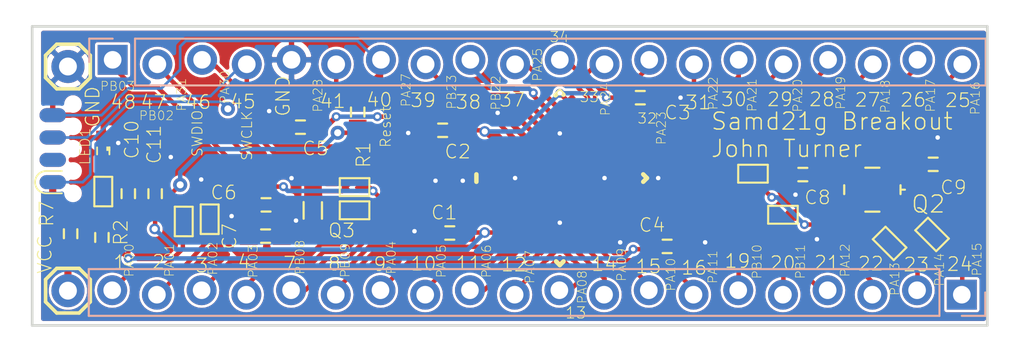
<source format=kicad_pcb>
(kicad_pcb (version 20171130) (host pcbnew "(5.1.4)-1")
  (layers (0 Top signal) (31 Bottom signal) (34 B.Paste user) (35 F.Paste user) (36 B.SilkS user) (37 F.SilkS user) (38 B.Mask user) (39 F.Mask user) (44 Edge.Cuts user))
  (net 0 "")
  (net 1 /GND)
  (net 2 "Net-(J2-Pad1)")
  (net 3 "Net-(J2-Pad2)")
  (net 4 /VCC)
  (net 5 /VDDCORE)
  (net 6 "Net-(J2-Pad6)")
  (net 7 /RESET)
  (net 8 "Net-(J2-Pad8)")
  (net 9 "Net-(J2-Pad9)")
  (net 10 "Net-(J2-Pad10)")
  (net 11 "Net-(J2-Pad11)")
  (net 12 "Net-(J2-Pad12)")
  (net 13 "Net-(J2-Pad13)")
  (net 14 "Net-(J2-Pad14)")
  (net 15 "Net-(J2-Pad15)")
  (net 16 "Net-(J2-Pad16)")
  (net 17 "Net-(J2-Pad17)")
  (net 18 "Net-(J2-Pad18)")
  (net 19 "Net-(J2-Pad19)")
  (net 20 "Net-(J2-Pad20)")
  (net 21 "Net-(C9-Pad1)")
  (net 22 "Net-(J1-Pad3)")
  (net 23 "Net-(J1-Pad4)")
  (net 24 "Net-(J1-Pad5)")
  (net 25 "Net-(J1-Pad6)")
  (net 26 "Net-(J1-Pad7)")
  (net 27 "Net-(J1-Pad8)")
  (net 28 "Net-(J1-Pad9)")
  (net 29 "Net-(J1-Pad10)")
  (net 30 "Net-(J1-Pad11)")
  (net 31 "Net-(J1-Pad12)")
  (net 32 "Net-(J1-Pad13)")
  (net 33 "Net-(J1-Pad14)")
  (net 34 "Net-(J1-Pad15)")
  (net 35 "Net-(J1-Pad16)")
  (net 36 "Net-(J1-Pad17)")
  (net 37 "Net-(J1-Pad18)")
  (net 38 "Net-(C6-Pad2)")
  (net 39 "Net-(J1-Pad20)")
  (net 40 "Net-(J1-Pad19)")
  (net 41 "Net-(J1-Pad2)")
  (net 42 "Net-(J1-Pad1)")
  (net 43 /VCC_RAW)
  (net 44 /SWCLK)
  (net 45 /SWDIO)
  (net 46 "Net-(C7-Pad1)")
  (net 47 "Net-(C8-Pad2)")
  (net 48 "Net-(JP1-Pad2)")
  (net 49 "Net-(JP2-Pad2)")
  (net 50 "Net-(JP3-Pad2)")
  (net 51 "Net-(JP4-Pad2)")
  (net 52 "Net-(JP9-Pad1)")
  (net 53 "Net-(JP9-Pad2)")
  (module Jumper:SolderJumper-2_P0.6mm_Open_TrianglePad1.0x1.5mm (layer Top) (at 125.1204 105.6132 90)
    (fp_text reference JP9 hide)
    (fp_text value Jumper_2_Open)
    (pad 1 smd custom (at -0.7874 0 90) (size 0.3 0.3) (layers Top F.Mask) (net 52 "Net-(JP9-Pad1)") (options (clearance outline) (anchor rect)) (primitives (gr_poly (pts (xy -0.25 -0.325) (xy 0.25 -0.325) (xy 0.5 0) (xy 0.25 0.325) (xy -0.25 0.325)) (width 0))))
    (pad 2 smd custom (at 0.2032 0 90) (size 0.3 0.3) (layers Top F.Mask) (net 53 "Net-(JP9-Pad2)") (options (clearance outline) (anchor rect)) (primitives (gr_poly (pts (xy -0.45 -0.325) (xy 0.25 -0.325) (xy 0.25 0.325) (xy -0.45 0.325) (xy -0.15 0)) (width 0))))
  )
  (module John-Connector:PinHeader_1x20_P2.54mm_Vertical_stagger (layer Bottom) (at 125.6791 98.5266 270)
    (fp_text reference J2 hide)
    (fp_text value CONN_20)
    (pad 1 thru_hole rect (at -0.127 0 270) (size 1.7 1.7) (drill 1) (layers *.Cu *.Mask) (net 2 "Net-(J2-Pad1)"))
    (pad 2 thru_hole oval (at 0.127 -2.54 270) (size 1.7 1.7) (drill 1) (layers *.Cu *.Mask) (net 3 "Net-(J2-Pad2)"))
    (pad 3 thru_hole oval (at -0.127 -5.08 270) (size 1.7 1.7) (drill 1) (layers *.Cu *.Mask) (net 45 /SWDIO))
    (pad 4 thru_hole oval (at 0.127 -7.62 270) (size 1.7 1.7) (drill 1) (layers *.Cu *.Mask) (net 44 /SWCLK))
    (pad 5 thru_hole oval (at -0.127 -10.16 270) (size 1.7 1.7) (drill 1) (layers *.Cu *.Mask) (net 1 /GND))
    (pad 6 thru_hole oval (at 0.127 -12.7 270) (size 1.7 1.7) (drill 1) (layers *.Cu *.Mask) (net 6 "Net-(J2-Pad6)"))
    (pad 7 thru_hole oval (at -0.127 -15.24 270) (size 1.7 1.7) (drill 1) (layers *.Cu *.Mask) (net 7 /RESET))
    (pad 8 thru_hole oval (at 0.127 -17.78 270) (size 1.7 1.7) (drill 1) (layers *.Cu *.Mask) (net 8 "Net-(J2-Pad8)"))
    (pad 9 thru_hole oval (at -0.127 -20.32 270) (size 1.7 1.7) (drill 1) (layers *.Cu *.Mask) (net 9 "Net-(J2-Pad9)"))
    (pad 10 thru_hole oval (at 0.127 -22.86 270) (size 1.7 1.7) (drill 1) (layers *.Cu *.Mask) (net 10 "Net-(J2-Pad10)"))
    (pad 11 thru_hole oval (at -0.127 -25.4 270) (size 1.7 1.7) (drill 1) (layers *.Cu *.Mask) (net 11 "Net-(J2-Pad11)"))
    (pad 12 thru_hole oval (at 0.127 -27.94 270) (size 1.7 1.7) (drill 1) (layers *.Cu *.Mask) (net 12 "Net-(J2-Pad12)"))
    (pad 13 thru_hole oval (at -0.127 -30.48 270) (size 1.7 1.7) (drill 1) (layers *.Cu *.Mask) (net 13 "Net-(J2-Pad13)"))
    (pad 14 thru_hole oval (at 0.127 -33.02 270) (size 1.7 1.7) (drill 1) (layers *.Cu *.Mask) (net 14 "Net-(J2-Pad14)"))
    (pad 15 thru_hole oval (at -0.127 -35.56 270) (size 1.7 1.7) (drill 1) (layers *.Cu *.Mask) (net 15 "Net-(J2-Pad15)"))
    (pad 16 thru_hole oval (at 0.127 -38.1 270) (size 1.7 1.7) (drill 1) (layers *.Cu *.Mask) (net 16 "Net-(J2-Pad16)"))
    (pad 17 thru_hole oval (at -0.127 -40.64 270) (size 1.7 1.7) (drill 1) (layers *.Cu *.Mask) (net 17 "Net-(J2-Pad17)"))
    (pad 18 thru_hole oval (at 0.127 -43.18 270) (size 1.7 1.7) (drill 1) (layers *.Cu *.Mask) (net 18 "Net-(J2-Pad18)"))
    (pad 19 thru_hole oval (at -0.127 -45.72 270) (size 1.7 1.7) (drill 1) (layers *.Cu *.Mask) (net 19 "Net-(J2-Pad19)"))
    (pad 20 thru_hole oval (at 0.127 -48.26 270) (size 1.7 1.7) (drill 1) (layers *.Cu *.Mask) (net 20 "Net-(J2-Pad20)"))
  )
  (module John-Connector:PinHeader_1x20_P2.54mm_Vertical_stagger (layer Bottom) (at 173.9138 111.633 90)
    (fp_text reference J1 hide)
    (fp_text value CONN_20)
    (pad 1 thru_hole rect (at -0.127 0 90) (size 1.7 1.7) (drill 1) (layers *.Cu *.Mask) (net 42 "Net-(J1-Pad1)"))
    (pad 2 thru_hole oval (at 0.127 -2.54 90) (size 1.7 1.7) (drill 1) (layers *.Cu *.Mask) (net 41 "Net-(J1-Pad2)"))
    (pad 3 thru_hole oval (at -0.127 -5.08 90) (size 1.7 1.7) (drill 1) (layers *.Cu *.Mask) (net 22 "Net-(J1-Pad3)"))
    (pad 4 thru_hole oval (at 0.127 -7.62 90) (size 1.7 1.7) (drill 1) (layers *.Cu *.Mask) (net 23 "Net-(J1-Pad4)"))
    (pad 5 thru_hole oval (at -0.127 -10.16 90) (size 1.7 1.7) (drill 1) (layers *.Cu *.Mask) (net 24 "Net-(J1-Pad5)"))
    (pad 6 thru_hole oval (at 0.127 -12.7 90) (size 1.7 1.7) (drill 1) (layers *.Cu *.Mask) (net 25 "Net-(J1-Pad6)"))
    (pad 7 thru_hole oval (at -0.127 -15.24 90) (size 1.7 1.7) (drill 1) (layers *.Cu *.Mask) (net 26 "Net-(J1-Pad7)"))
    (pad 8 thru_hole oval (at 0.127 -17.78 90) (size 1.7 1.7) (drill 1) (layers *.Cu *.Mask) (net 27 "Net-(J1-Pad8)"))
    (pad 9 thru_hole oval (at -0.127 -20.32 90) (size 1.7 1.7) (drill 1) (layers *.Cu *.Mask) (net 28 "Net-(J1-Pad9)"))
    (pad 10 thru_hole oval (at 0.127 -22.86 90) (size 1.7 1.7) (drill 1) (layers *.Cu *.Mask) (net 29 "Net-(J1-Pad10)"))
    (pad 11 thru_hole oval (at -0.127 -25.4 90) (size 1.7 1.7) (drill 1) (layers *.Cu *.Mask) (net 30 "Net-(J1-Pad11)"))
    (pad 12 thru_hole oval (at 0.127 -27.94 90) (size 1.7 1.7) (drill 1) (layers *.Cu *.Mask) (net 31 "Net-(J1-Pad12)"))
    (pad 13 thru_hole oval (at -0.127 -30.48 90) (size 1.7 1.7) (drill 1) (layers *.Cu *.Mask) (net 32 "Net-(J1-Pad13)"))
    (pad 14 thru_hole oval (at 0.127 -33.02 90) (size 1.7 1.7) (drill 1) (layers *.Cu *.Mask) (net 33 "Net-(J1-Pad14)"))
    (pad 15 thru_hole oval (at -0.127 -35.56 90) (size 1.7 1.7) (drill 1) (layers *.Cu *.Mask) (net 34 "Net-(J1-Pad15)"))
    (pad 16 thru_hole oval (at 0.127 -38.1 90) (size 1.7 1.7) (drill 1) (layers *.Cu *.Mask) (net 35 "Net-(J1-Pad16)"))
    (pad 17 thru_hole oval (at -0.127 -40.64 90) (size 1.7 1.7) (drill 1) (layers *.Cu *.Mask) (net 36 "Net-(J1-Pad17)"))
    (pad 18 thru_hole oval (at 0.127 -43.18 90) (size 1.7 1.7) (drill 1) (layers *.Cu *.Mask) (net 37 "Net-(J1-Pad18)"))
    (pad 19 thru_hole oval (at -0.127 -45.72 90) (size 1.7 1.7) (drill 1) (layers *.Cu *.Mask) (net 40 "Net-(J1-Pad19)"))
    (pad 20 thru_hole oval (at 0.127 -48.26 90) (size 1.7 1.7) (drill 1) (layers *.Cu *.Mask) (net 39 "Net-(J1-Pad20)"))
  )
  (module samd21g-breakout:0603 (layer Top) (at 123.2916 108.292 90)
    (fp_text reference R7 (at 0.342 -0.9144 90) (layer F.SilkS) (effects (font (size 0.77216 0.77216) (thickness 0.065024)) (justify left bottom)))
    (fp_text value 68 hide)
    (pad 2 smd rect (at 0.9516 0 90) (size 1.0238 1) (layers Top F.Paste F.Mask) (net 4 /VCC))
    (pad 1 smd rect (at -0.9262 0 90) (size 1.016 1) (layers Top F.Paste F.Mask) (net 43 /VCC_RAW))
  )
  (module Jumper:SolderJumper-2_P0.6mm_Open_TrianglePad1.0x1.5mm (layer Top) (at 162.3314 104.8512)
    (fp_text reference JP8 hide)
    (fp_text value Jumper_2_Open)
    (pad 1 smd custom (at -0.7874 0) (size 0.3 0.3) (layers Top F.Mask) (net 51 "Net-(JP4-Pad2)") (options (clearance outline) (anchor rect)) (primitives (gr_poly (pts (xy -0.25 -0.325) (xy 0.25 -0.325) (xy 0.5 0) (xy 0.25 0.325) (xy -0.25 0.325)) (width 0))))
    (pad 2 smd custom (at 0.2032 0) (size 0.3 0.3) (layers Top F.Mask) (net 21 "Net-(C9-Pad1)") (options (clearance outline) (anchor rect)) (primitives (gr_poly (pts (xy -0.45 -0.325) (xy 0.25 -0.325) (xy 0.25 0.325) (xy -0.45 0.325) (xy -0.15 0)) (width 0))))
  )
  (module Jumper:SolderJumper-2_P0.6mm_Open_TrianglePad1.0x1.5mm (layer Top) (at 163.4744 107.2388 180)
    (fp_text reference JP7 hide)
    (fp_text value Jumper_2_Open)
    (pad 1 smd custom (at -0.7874 0 180) (size 0.3 0.3) (layers Top F.Mask) (net 47 "Net-(C8-Pad2)") (options (clearance outline) (anchor rect)) (primitives (gr_poly (pts (xy -0.25 -0.325) (xy 0.25 -0.325) (xy 0.5 0) (xy 0.25 0.325) (xy -0.25 0.325)) (width 0))))
    (pad 2 smd custom (at 0.2032 0 180) (size 0.3 0.3) (layers Top F.Mask) (net 50 "Net-(JP3-Pad2)") (options (clearance outline) (anchor rect)) (primitives (gr_poly (pts (xy -0.45 -0.325) (xy 0.25 -0.325) (xy 0.25 0.325) (xy -0.45 0.325) (xy -0.15 0)) (width 0))))
  )
  (module Jumper:SolderJumper-2_P0.6mm_Open_TrianglePad1.0x1.5mm (layer Top) (at 139.1412 106.9848 180)
    (fp_text reference JP6 hide)
    (fp_text value Jumper_2_Open)
    (pad 1 smd custom (at -0.7874 0 180) (size 0.3 0.3) (layers Top F.Mask) (net 49 "Net-(JP2-Pad2)") (options (clearance outline) (anchor rect)) (primitives (gr_poly (pts (xy -0.25 -0.325) (xy 0.25 -0.325) (xy 0.5 0) (xy 0.25 0.325) (xy -0.25 0.325)) (width 0))))
    (pad 2 smd custom (at 0.2032 0 180) (size 0.3 0.3) (layers Top F.Mask) (net 46 "Net-(C7-Pad1)") (options (clearance outline) (anchor rect)) (primitives (gr_poly (pts (xy -0.45 -0.325) (xy 0.25 -0.325) (xy 0.25 0.325) (xy -0.45 0.325) (xy -0.15 0)) (width 0))))
  )
  (module Jumper:SolderJumper-2_P0.6mm_Open_TrianglePad1.0x1.5mm (layer Top) (at 139.1412 105.664 180)
    (fp_text reference JP5 hide)
    (fp_text value Jumper_2_Open)
    (pad 1 smd custom (at -0.7874 0 180) (size 0.3 0.3) (layers Top F.Mask) (net 48 "Net-(JP1-Pad2)") (options (clearance outline) (anchor rect)) (primitives (gr_poly (pts (xy -0.25 -0.325) (xy 0.25 -0.325) (xy 0.5 0) (xy 0.25 0.325) (xy -0.25 0.325)) (width 0))))
    (pad 2 smd custom (at 0.2032 0 180) (size 0.3 0.3) (layers Top F.Mask) (net 38 "Net-(C6-Pad2)") (options (clearance outline) (anchor rect)) (primitives (gr_poly (pts (xy -0.45 -0.325) (xy 0.25 -0.325) (xy 0.25 0.325) (xy -0.45 0.325) (xy -0.15 0)) (width 0))))
  )
  (module Jumper:SolderJumper-2_P0.6mm_Open_TrianglePad1.0x1.5mm (layer Top) (at 172.0088 108.1532 135)
    (fp_text reference JP4 hide)
    (fp_text value Jumper_2_Open)
    (pad 1 smd custom (at -0.7874 0 135) (size 0.3 0.3) (layers Top F.Mask) (net 42 "Net-(J1-Pad1)") (options (clearance outline) (anchor rect)) (primitives (gr_poly (pts (xy -0.25 -0.325) (xy 0.25 -0.325) (xy 0.5 0) (xy 0.25 0.325) (xy -0.25 0.325)) (width 0))))
    (pad 2 smd custom (at 0.2032 0 135) (size 0.3 0.3) (layers Top F.Mask) (net 51 "Net-(JP4-Pad2)") (options (clearance outline) (anchor rect)) (primitives (gr_poly (pts (xy -0.45 -0.325) (xy 0.25 -0.325) (xy 0.25 0.325) (xy -0.45 0.325) (xy -0.15 0)) (width 0))))
  )
  (module Jumper:SolderJumper-2_P0.6mm_Open_TrianglePad1.0x1.5mm (layer Top) (at 169.597824 108.663224 135)
    (fp_text reference JP3 hide)
    (fp_text value Jumper_2_Open)
    (pad 1 smd custom (at -0.7874 0 135) (size 0.3 0.3) (layers Top F.Mask) (net 41 "Net-(J1-Pad2)") (options (clearance outline) (anchor rect)) (primitives (gr_poly (pts (xy -0.25 -0.325) (xy 0.25 -0.325) (xy 0.5 0) (xy 0.25 0.325) (xy -0.25 0.325)) (width 0))))
    (pad 2 smd custom (at 0.2032 0 135) (size 0.3 0.3) (layers Top F.Mask) (net 50 "Net-(JP3-Pad2)") (options (clearance outline) (anchor rect)) (primitives (gr_poly (pts (xy -0.45 -0.325) (xy 0.25 -0.325) (xy 0.25 0.325) (xy -0.45 0.325) (xy -0.15 0)) (width 0))))
  )
  (module Jumper:SolderJumper-2_P0.6mm_Open_TrianglePad1.0x1.5mm (layer Top) (at 131.1656 107.188 90)
    (fp_text reference JP2 hide)
    (fp_text value Jumper_2_Open)
    (pad 1 smd custom (at -0.7874 0 90) (size 0.3 0.3) (layers Top F.Mask) (net 40 "Net-(J1-Pad19)") (options (clearance outline) (anchor rect)) (primitives (gr_poly (pts (xy -0.25 -0.325) (xy 0.25 -0.325) (xy 0.5 0) (xy 0.25 0.325) (xy -0.25 0.325)) (width 0))))
    (pad 2 smd custom (at 0.2032 0 90) (size 0.3 0.3) (layers Top F.Mask) (net 49 "Net-(JP2-Pad2)") (options (clearance outline) (anchor rect)) (primitives (gr_poly (pts (xy -0.45 -0.325) (xy 0.25 -0.325) (xy 0.25 0.325) (xy -0.45 0.325) (xy -0.15 0)) (width 0))))
  )
  (module Jumper:SolderJumper-2_P0.6mm_Open_TrianglePad1.0x1.5mm (layer Top) (at 129.6924 107.315 90)
    (fp_text reference JP1 hide)
    (fp_text value Jumper_2_Open)
    (pad 1 smd custom (at -0.7874 0 90) (size 0.3 0.3) (layers Top F.Mask) (net 39 "Net-(J1-Pad20)") (options (clearance outline) (anchor rect)) (primitives (gr_poly (pts (xy -0.25 -0.325) (xy 0.25 -0.325) (xy 0.5 0) (xy 0.25 0.325) (xy -0.25 0.325)) (width 0))))
    (pad 2 smd custom (at 0.2032 0 90) (size 0.3 0.3) (layers Top F.Mask) (net 48 "Net-(JP1-Pad2)") (options (clearance outline) (anchor rect)) (primitives (gr_poly (pts (xy -0.45 -0.325) (xy 0.25 -0.325) (xy 0.25 0.325) (xy -0.45 0.325) (xy -0.15 0)) (width 0))))
  )
  (module John-Connector:SOIC_clipProgSmall (layer Top) (at 121.5256 103.4542 270)
    (fp_text reference J3 hide)
    (fp_text value Conn_02x04_Odd_Even)
    (pad "" np_thru_hole circle (at 2.54 -1.905 270) (size 0.7 0.7) (drill 0.7) (layers *.Cu *.Mask))
    (pad "" np_thru_hole circle (at 1.27 -1.905 270) (size 0.7 0.7) (drill 0.7) (layers *.Cu *.Mask))
    (pad "" np_thru_hole circle (at 0 -1.905 270) (size 0.7 0.7) (drill 0.7) (layers *.Cu *.Mask))
    (pad "" np_thru_hole circle (at -1.27 -1.905 270) (size 0.7 0.7) (drill 0.7) (layers *.Cu *.Mask))
    (pad "" np_thru_hole circle (at -2.54 -1.905 270) (size 0.7 0.7) (drill 0.7) (layers *.Cu *.Mask))
    (pad 2 smd oval (at 1.905 -0.75 270) (size 0.8 1.5) (layers Bottom B.Mask) (net 45 /SWDIO))
    (pad 4 smd oval (at 0.635 -0.75 270) (size 0.8 1.5) (layers Bottom B.Mask))
    (pad 6 smd oval (at -0.635 -0.75 270) (size 0.8 1.5) (layers Bottom B.Mask) (net 44 /SWCLK))
    (pad 1 smd oval (at 1.905 -0.75 270) (size 0.8 1.5) (layers Top F.Mask) (net 43 /VCC_RAW))
    (pad 3 smd oval (at 0.635 -0.75 270) (size 0.8 1.5) (layers Top F.Mask))
    (pad 5 smd oval (at -0.635 -0.75 270) (size 0.8 1.5) (layers Top F.Mask))
    (pad 7 smd oval (at -1.905 -0.75 270) (size 0.8 1.5) (layers Top F.Mask) (net 1 /GND))
    (pad 8 smd oval (at -1.905 -0.75 270) (size 0.8 1.5) (layers Bottom B.Mask) (net 7 /RESET))
  )
  (module samd21g-breakout:QFN48 (layer Top) (at 151.0791 105.1256 45)
    (fp_text reference U$1 hide)
    (fp_text value ATSAMD21G17A hide)
    (pad EP smd rect (at 0 0 45) (size 4.6 4.6) (layers Top F.Mask) (net 1 /GND))
    (pad 48 smd rect (at -2.75 -3.5 315) (size 0.75 0.3) (layers Top F.Paste F.Mask) (net 2 "Net-(J2-Pad1)"))
    (pad 47 smd rect (at -2.25 -3.5 315) (size 0.75 0.3) (layers Top F.Paste F.Mask) (net 3 "Net-(J2-Pad2)"))
    (pad 46 smd rect (at -1.75 -3.5 315) (size 0.75 0.3) (layers Top F.Paste F.Mask) (net 45 /SWDIO))
    (pad 45 smd rect (at -1.25 -3.5 315) (size 0.75 0.3) (layers Top F.Paste F.Mask) (net 44 /SWCLK))
    (pad 44 smd rect (at -0.75 -3.5 315) (size 0.75 0.3) (layers Top F.Paste F.Mask) (net 4 /VCC))
    (pad 43 smd rect (at -0.25 -3.5 315) (size 0.75 0.3) (layers Top F.Paste F.Mask) (net 5 /VDDCORE))
    (pad 42 smd rect (at 0.25 -3.5 315) (size 0.75 0.3) (layers Top F.Paste F.Mask) (net 1 /GND))
    (pad 41 smd rect (at 0.75 -3.5 315) (size 0.75 0.3) (layers Top F.Paste F.Mask) (net 6 "Net-(J2-Pad6)"))
    (pad 40 smd rect (at 1.25 -3.5 315) (size 0.75 0.3) (layers Top F.Paste F.Mask) (net 7 /RESET))
    (pad 39 smd rect (at 1.75 -3.5 315) (size 0.75 0.3) (layers Top F.Paste F.Mask) (net 8 "Net-(J2-Pad8)"))
    (pad 38 smd rect (at 2.25 -3.5 315) (size 0.75 0.3) (layers Top F.Paste F.Mask) (net 9 "Net-(J2-Pad9)"))
    (pad 37 smd rect (at 2.75 -3.5 315) (size 0.75 0.3) (layers Top F.Paste F.Mask) (net 10 "Net-(J2-Pad10)"))
    (pad 36 smd rect (at 3.5 -2.75 225) (size 0.75 0.3) (layers Top F.Paste F.Mask) (net 4 /VCC))
    (pad 35 smd rect (at 3.5 -2.25 225) (size 0.75 0.3) (layers Top F.Paste F.Mask) (net 1 /GND))
    (pad 34 smd rect (at 3.5 -1.75 225) (size 0.75 0.3) (layers Top F.Paste F.Mask) (net 11 "Net-(J2-Pad11)"))
    (pad 33 smd rect (at 3.5 -1.25 225) (size 0.75 0.3) (layers Top F.Paste F.Mask) (net 12 "Net-(J2-Pad12)"))
    (pad 32 smd rect (at 3.5 -0.75 225) (size 0.75 0.3) (layers Top F.Paste F.Mask) (net 13 "Net-(J2-Pad13)"))
    (pad 31 smd rect (at 3.5 -0.25 225) (size 0.75 0.3) (layers Top F.Paste F.Mask) (net 14 "Net-(J2-Pad14)"))
    (pad 30 smd rect (at 3.5 0.25 225) (size 0.75 0.3) (layers Top F.Paste F.Mask) (net 15 "Net-(J2-Pad15)"))
    (pad 29 smd rect (at 3.5 0.75 225) (size 0.75 0.3) (layers Top F.Paste F.Mask) (net 16 "Net-(J2-Pad16)"))
    (pad 28 smd rect (at 3.5 1.25 225) (size 0.75 0.3) (layers Top F.Paste F.Mask) (net 17 "Net-(J2-Pad17)"))
    (pad 27 smd rect (at 3.5 1.75 225) (size 0.75 0.3) (layers Top F.Paste F.Mask) (net 18 "Net-(J2-Pad18)"))
    (pad 26 smd rect (at 3.5 2.25 225) (size 0.75 0.3) (layers Top F.Paste F.Mask) (net 19 "Net-(J2-Pad19)"))
    (pad 25 smd rect (at 3.5 2.75 225) (size 0.75 0.3) (layers Top F.Paste F.Mask) (net 20 "Net-(J2-Pad20)"))
    (pad 24 smd rect (at 2.75 3.5 135) (size 0.75 0.3) (layers Top F.Paste F.Mask) (net 51 "Net-(JP4-Pad2)"))
    (pad 23 smd rect (at 2.25 3.5 135) (size 0.75 0.3) (layers Top F.Paste F.Mask) (net 50 "Net-(JP3-Pad2)"))
    (pad 22 smd rect (at 1.75 3.5 135) (size 0.75 0.3) (layers Top F.Paste F.Mask) (net 22 "Net-(J1-Pad3)"))
    (pad 21 smd rect (at 1.25 3.5 135) (size 0.75 0.3) (layers Top F.Paste F.Mask) (net 23 "Net-(J1-Pad4)"))
    (pad 20 smd rect (at 0.75 3.5 135) (size 0.75 0.3) (layers Top F.Paste F.Mask) (net 24 "Net-(J1-Pad5)"))
    (pad 19 smd rect (at 0.25 3.5 135) (size 0.75 0.3) (layers Top F.Paste F.Mask) (net 25 "Net-(J1-Pad6)"))
    (pad 18 smd rect (at -0.25 3.5 135) (size 0.75 0.3) (layers Top F.Paste F.Mask) (net 1 /GND))
    (pad 17 smd rect (at -0.75 3.5 135) (size 0.75 0.3) (layers Top F.Paste F.Mask) (net 4 /VCC))
    (pad 16 smd rect (at -1.25 3.5 135) (size 0.75 0.3) (layers Top F.Paste F.Mask) (net 26 "Net-(J1-Pad7)"))
    (pad 15 smd rect (at -1.75 3.5 135) (size 0.75 0.3) (layers Top F.Paste F.Mask) (net 27 "Net-(J1-Pad8)"))
    (pad 14 smd rect (at -2.25 3.5 135) (size 0.75 0.3) (layers Top F.Paste F.Mask) (net 28 "Net-(J1-Pad9)"))
    (pad 13 smd rect (at -2.75 3.5 135) (size 0.75 0.3) (layers Top F.Paste F.Mask) (net 29 "Net-(J1-Pad10)"))
    (pad 12 smd rect (at -3.5 2.75 45) (size 0.75 0.3) (layers Top F.Paste F.Mask) (net 30 "Net-(J1-Pad11)"))
    (pad 11 smd rect (at -3.5 2.25 45) (size 0.75 0.3) (layers Top F.Paste F.Mask) (net 31 "Net-(J1-Pad12)"))
    (pad 10 smd rect (at -3.5 1.75 45) (size 0.75 0.3) (layers Top F.Paste F.Mask) (net 32 "Net-(J1-Pad13)"))
    (pad 9 smd rect (at -3.5 1.25 45) (size 0.75 0.3) (layers Top F.Paste F.Mask) (net 33 "Net-(J1-Pad14)"))
    (pad 8 smd rect (at -3.5 0.75 45) (size 0.75 0.3) (layers Top F.Paste F.Mask) (net 34 "Net-(J1-Pad15)"))
    (pad 7 smd rect (at -3.5 0.25 45) (size 0.75 0.3) (layers Top F.Paste F.Mask) (net 35 "Net-(J1-Pad16)"))
    (pad 6 smd rect (at -3.5 -0.25 45) (size 0.75 0.3) (layers Top F.Paste F.Mask) (net 4 /VCC))
    (pad 5 smd rect (at -3.5 -0.75 45) (size 0.75 0.3) (layers Top F.Paste F.Mask) (net 1 /GND))
    (pad 4 smd rect (at -3.5 -1.25 45) (size 0.75 0.3) (layers Top F.Paste F.Mask) (net 36 "Net-(J1-Pad17)"))
    (pad 3 smd rect (at -3.5 -1.75 45) (size 0.75 0.3) (layers Top F.Paste F.Mask) (net 37 "Net-(J1-Pad18)"))
    (pad 2 smd rect (at -3.5 -2.25 45) (size 0.75 0.3) (layers Top F.Paste F.Mask) (net 49 "Net-(JP2-Pad2)"))
    (pad 1 smd rect (at -3.5 -2.75 45) (size 0.75 0.3) (layers Top F.Paste F.Mask) (net 48 "Net-(JP1-Pad2)"))
  )
  (module samd21g-breakout:0603 (layer Top) (at 144.8307 108.2498 180)
    (fp_text reference C1 (at -0.47762 1.61044) (layer F.SilkS) (effects (font (size 0.77216 0.77216) (thickness 0.061772)) (justify right top)))
    (fp_text value 1nf hide)
    (pad 2 smd rect (at 0.9516 0 180) (size 1.0238 1) (layers Top F.Paste F.Mask) (net 1 /GND))
    (pad 1 smd rect (at -0.9262 0 180) (size 1.016 1) (layers Top F.Paste F.Mask) (net 4 /VCC))
  )
  (module samd21g-breakout:0603 (layer Top) (at 144.4243 102.4078 180)
    (fp_text reference C2 (at -1.651 -0.762 180) (layer F.SilkS) (effects (font (size 0.77216 0.77216) (thickness 0.065024)) (justify right top)))
    (fp_text value 1nf hide)
    (pad 2 smd rect (at 0.9516 0 180) (size 1.0238 1) (layers Top F.Paste F.Mask) (net 1 /GND))
    (pad 1 smd rect (at -0.9262 0 180) (size 1.016 1) (layers Top F.Paste F.Mask) (net 4 /VCC))
  )
  (module samd21g-breakout:0603 (layer Top) (at 155.6511 100.5536)
    (fp_text reference C3 (at 1.32598 1.3004) (layer F.SilkS) (effects (font (size 0.77216 0.77216) (thickness 0.061772)) (justify left bottom)))
    (fp_text value 1nf hide)
    (pad 2 smd rect (at 0.9516 0) (size 1.0238 1) (layers Top F.Paste F.Mask) (net 1 /GND))
    (pad 1 smd rect (at -0.9262 0) (size 1.016 1) (layers Top F.Paste F.Mask) (net 4 /VCC))
  )
  (module samd21g-breakout:0603 (layer Top) (at 157.1751 109.0118)
    (fp_text reference C4 (at -1.651 -0.762) (layer F.SilkS) (effects (font (size 0.77216 0.77216) (thickness 0.061772)) (justify left bottom)))
    (fp_text value 1nf hide)
    (pad 2 smd rect (at 0.9516 0) (size 1.0238 1) (layers Top F.Paste F.Mask) (net 1 /GND))
    (pad 1 smd rect (at -0.9262 0) (size 1.016 1) (layers Top F.Paste F.Mask) (net 4 /VCC))
  )
  (module samd21g-breakout:1X01 (layer Top) (at 123.1392 111.5314)
    (fp_text reference J5 hide)
    (fp_text value CONN_01)
    (pad 1 thru_hole circle (at 0 0 90) (size 1.8796 1.8796) (drill 1.016) (layers *.Cu *.Mask) (net 43 /VCC_RAW))
  )
  (module samd21g-breakout:1X01 (layer Top) (at 123.1392 98.7806)
    (fp_text reference J6 hide)
    (fp_text value CONN_01)
    (pad 1 thru_hole circle (at 0 0 90) (size 1.8796 1.8796) (drill 1.016) (layers *.Cu *.Mask) (net 1 /GND))
  )
  (module samd21g-breakout:0603 (layer Top) (at 139.5983 101.3664 270)
    (fp_text reference R1 (at 1.64584 0.12182 90) (layer F.SilkS) (effects (font (size 0.77216 0.77216) (thickness 0.061772)) (justify right top)))
    (fp_text value 10k hide)
    (pad 2 smd rect (at 0.9516 0 270) (size 1.0238 1) (layers Top F.Paste F.Mask) (net 4 /VCC))
    (pad 1 smd rect (at -0.9262 0 270) (size 1.016 1) (layers Top F.Paste F.Mask) (net 7 /RESET))
  )
  (module samd21g-breakout:0603 (layer Top) (at 136.3471 102.23 180)
    (fp_text reference C5 (at -1.651 -0.762) (layer F.SilkS) (effects (font (size 0.77216 0.77216) (thickness 0.061772)) (justify right top)))
    (fp_text value 1uf hide)
    (pad 2 smd rect (at 0.9516 0 180) (size 1.0238 1) (layers Top F.Paste F.Mask) (net 1 /GND))
    (pad 1 smd rect (at -0.9262 0 180) (size 1.016 1) (layers Top F.Paste F.Mask) (net 5 /VDDCORE))
  )
  (module samd21g-breakout:3.2X2.5_KX-7 (layer Top) (at 168.8337 105.786 180)
    (fp_text reference Q2 (at -4.1911 -0.259) (layer F.SilkS) (effects (font (size 0.9652 0.9652) (thickness 0.077216)) (justify right top)))
    (fp_text value 48mhz)
    (pad 1 smd rect (at -1.15 0.9 180) (size 1.3 1.1) (layers Top F.Paste F.Mask) (net 21 "Net-(C9-Pad1)"))
    (pad 3 smd rect (at 1.15 -0.9 180) (size 1.3 1.1) (layers Top F.Paste F.Mask) (net 47 "Net-(C8-Pad2)"))
    (pad 2 smd rect (at 1.15 0.9 180) (size 1.3 1.1) (layers Top F.Paste F.Mask))
    (pad 4 smd rect (at -1.15 -0.9 180) (size 1.3 1.1) (layers Top F.Paste F.Mask))
  )
  (module samd21g-breakout:0603 (layer Top) (at 134.3913 106.6496)
    (fp_text reference C6 (at -3.2003 -0.249) (layer F.SilkS) (effects (font (size 0.77216 0.77216) (thickness 0.065024)) (justify left bottom)))
    (fp_text value CAPACITOR hide)
    (pad 2 smd rect (at 0.9516 0) (size 1.0238 1) (layers Top F.Paste F.Mask) (net 38 "Net-(C6-Pad2)"))
    (pad 1 smd rect (at -0.9262 0) (size 1.016 1) (layers Top F.Paste F.Mask) (net 1 /GND))
  )
  (module samd21g-breakout:0603 (layer Top) (at 134.3659 108.4276 180)
    (fp_text reference C7 (at 1.6001 0.7824 270) (layer F.SilkS) (effects (font (size 0.77216 0.77216) (thickness 0.061772)) (justify right bottom)))
    (fp_text value CAPACITOR hide)
    (pad 2 smd rect (at 0.9516 0 180) (size 1.0238 1) (layers Top F.Paste F.Mask) (net 1 /GND))
    (pad 1 smd rect (at -0.9262 0 180) (size 1.016 1) (layers Top F.Paste F.Mask) (net 46 "Net-(C7-Pad1)"))
  )
  (module samd21g-breakout:0603 (layer Top) (at 164.8832 104.9274)
    (fp_text reference C8 (at 0.039 1.7526) (layer F.SilkS) (effects (font (size 0.77216 0.77216) (thickness 0.061772)) (justify left bottom)))
    (fp_text value CAPACITOR hide)
    (pad 2 smd rect (at 0.9516 0) (size 1.0238 1) (layers Top F.Paste F.Mask) (net 47 "Net-(C8-Pad2)"))
    (pad 1 smd rect (at -0.9262 0) (size 1.016 1) (layers Top F.Paste F.Mask) (net 1 /GND))
  )
  (module samd21g-breakout:0603 (layer Top) (at 172.2882 104.3432)
    (fp_text reference C9 (at 0.3556 0.8636) (layer F.SilkS) (effects (font (size 0.77216 0.77216) (thickness 0.061772)) (justify left top)))
    (fp_text value CAPACITOR hide)
    (pad 2 smd rect (at 0.9516 0) (size 1.0238 1) (layers Top F.Paste F.Mask) (net 1 /GND))
    (pad 1 smd rect (at -0.9262 0) (size 1.016 1) (layers Top F.Paste F.Mask) (net 21 "Net-(C9-Pad1)"))
  )
  (module samd21g-breakout:3.2X1.5 (layer Top) (at 137.0584 107.183 90)
    (fp_text reference Q3 (at -1.3766 0.8128 180) (layer F.SilkS) (effects (font (size 0.77216 0.77216) (thickness 0.065024)) (justify left bottom)))
    (fp_text value CRYSTAL3.2X1.5 hide)
    (pad 2 smd rect (at 1.3116 0 90) (size 1.0238 1) (layers Top F.Paste F.Mask) (net 38 "Net-(C6-Pad2)"))
    (pad 1 smd rect (at -0.9262 0 90) (size 1.016 1) (layers Top F.Paste F.Mask) (net 46 "Net-(C7-Pad1)"))
  )
  (module samd21g-breakout:SML0603 (layer Top) (at 125.1458 103.5812 270)
    (fp_text reference LED1 (at 0.83558 0.69078 90) (layer F.SilkS) (effects (font (size 0.57912 0.57912) (thickness 0.046329)) (justify left bottom)))
    (fp_text value LEDSML0603)
    (pad A smd rect (at 0.75 0 270) (size 0.8 0.8) (layers Top F.Paste F.Mask) (net 53 "Net-(JP9-Pad2)"))
    (pad C smd rect (at -0.75 0 270) (size 0.8 0.8) (layers Top F.Paste F.Mask) (net 1 /GND))
  )
  (module samd21g-breakout:0603 (layer Top) (at 125.0695 108.5038 90)
    (fp_text reference R2 (at -0.513 1.5241 90) (layer F.SilkS) (effects (font (size 0.77216 0.77216) (thickness 0.061772)) (justify left bottom)))
    (fp_text value 68 hide)
    (pad 2 smd rect (at 0.9516 0 90) (size 1.0238 1) (layers Top F.Paste F.Mask) (net 52 "Net-(JP9-Pad1)"))
    (pad 1 smd rect (at -0.9262 0 90) (size 1.016 1) (layers Top F.Paste F.Mask) (net 4 /VCC))
  )
  (module samd21g-breakout:0603 (layer Top) (at 126.5681 106.0146 90)
    (fp_text reference C10 (at 1.91778 0.6478 90) (layer F.SilkS) (effects (font (size 0.77216 0.77216) (thickness 0.061772)) (justify left bottom)))
    (fp_text value 10nf hide)
    (pad 2 smd rect (at 0.9516 0 90) (size 1.0238 1) (layers Top F.Paste F.Mask) (net 1 /GND))
    (pad 1 smd rect (at -0.9262 0 90) (size 1.016 1) (layers Top F.Paste F.Mask) (net 4 /VCC))
  )
  (module samd21g-breakout:0603 (layer Top) (at 128.0921 106.0146 90)
    (fp_text reference C11 (at 1.64092 0.39126 90) (layer F.SilkS) (effects (font (size 0.77216 0.77216) (thickness 0.061772)) (justify left bottom)))
    (fp_text value 100nf hide)
    (pad 2 smd rect (at 0.9516 0 90) (size 1.0238 1) (layers Top F.Paste F.Mask) (net 1 /GND))
    (pad 1 smd rect (at -0.9262 0 90) (size 1.016 1) (layers Top F.Paste F.Mask) (net 4 /VCC))
  )
  (gr_text GND (at 134.8994 99.2378 90) (layer F.SilkS) (effects (font (size 0.77216 0.77216) (thickness 0.065024)) (justify right top)))
  (gr_text PB03 (at 125.9586 99.8982) (layer F.SilkS) (effects (font (size 0.508 0.508) (thickness 0.0381))))
  (gr_text PB02 (at 128.1684 101.5746) (layer F.SilkS) (effects (font (size 0.508 0.508) (thickness 0.0381))))
  (gr_text PA31 (at 129.5908 100.3808 90) (layer F.SilkS) (effects (font (size 0.508 0.508) (thickness 0.0381))))
  (gr_text PA30 (at 132.0546 99.949 90) (layer F.SilkS) (effects (font (size 0.508 0.508) (thickness 0.0381))))
  (gr_text PA28 (at 137.3378 100.4316 90) (layer F.SilkS) (effects (font (size 0.508 0.508) (thickness 0.0381))))
  (gr_text PA27 (at 142.3416 100.1268 90) (layer F.SilkS) (effects (font (size 0.508 0.508) (thickness 0.0381))))
  (gr_text PB23 (at 144.9324 100.2284 90) (layer F.SilkS) (effects (font (size 0.508 0.508) (thickness 0.0381))))
  (gr_text PB22 (at 147.447 100.2792 90) (layer F.SilkS) (effects (font (size 0.508 0.508) (thickness 0.0381))))
  (gr_text PA25 (at 149.8092 98.679 90) (layer F.SilkS) (effects (font (size 0.508 0.508) (thickness 0.0381))))
  (gr_text PA24 (at 153.67 100.6348 90) (layer F.SilkS) (effects (font (size 0.508 0.508) (thickness 0.0381))))
  (gr_text PA23 (at 156.845 102.2858 90) (layer F.SilkS) (effects (font (size 0.508 0.508) (thickness 0.0381))))
  (gr_text PA22 (at 159.7914 100.3046 90) (layer F.SilkS) (effects (font (size 0.508 0.508) (thickness 0.0381))))
  (gr_text PA21 (at 162.0012 100.4062 90) (layer F.SilkS) (effects (font (size 0.508 0.508) (thickness 0.0381))))
  (gr_text PA20 (at 164.592 100.4316 90) (layer F.SilkS) (effects (font (size 0.508 0.508) (thickness 0.0381))))
  (gr_text PA19 (at 167.0304 100.2792 90) (layer F.SilkS) (effects (font (size 0.508 0.508) (thickness 0.0381))))
  (gr_text PA18 (at 169.5704 100.4824 90) (layer F.SilkS) (effects (font (size 0.508 0.508) (thickness 0.0381))))
  (gr_text PA17 (at 172.1358 100.4316 90) (layer F.SilkS) (effects (font (size 0.508 0.508) (thickness 0.0381))))
  (gr_text PA16 (at 174.6758 100.584 90) (layer F.SilkS) (effects (font (size 0.508 0.508) (thickness 0.0381))))
  (gr_text PA15 (at 174.7774 109.7534 90) (layer F.SilkS) (effects (font (size 0.508 0.508) (thickness 0.0381))))
  (gr_text PA14 (at 172.6438 110.3376 90) (layer F.SilkS) (effects (font (size 0.508 0.508) (thickness 0.0381))))
  (gr_text PA13 (at 170.1038 110.871 90) (layer F.SilkS) (effects (font (size 0.508 0.508) (thickness 0.0381))))
  (gr_text PA12 (at 167.2844 109.8042 90) (layer F.SilkS) (effects (font (size 0.508 0.508) (thickness 0.0381))))
  (gr_text PB11 (at 164.7444 109.8804 90) (layer F.SilkS) (effects (font (size 0.508 0.508) (thickness 0.0381))))
  (gr_text PB10 (at 162.2806 109.8804 90) (layer F.SilkS) (effects (font (size 0.508 0.508) (thickness 0.0381))))
  (gr_text PA11 (at 159.766 110.1852 90) (layer F.SilkS) (effects (font (size 0.508 0.508) (thickness 0.0381))))
  (gr_text PA10 (at 157.3784 110.617 90) (layer F.SilkS) (effects (font (size 0.508 0.508) (thickness 0.0381))))
  (gr_text PA09 (at 154.5844 110.0582 90) (layer F.SilkS) (effects (font (size 0.508 0.508) (thickness 0.0381))))
  (gr_text PA08 (at 152.3492 111.3282 90) (layer F.SilkS) (effects (font (size 0.508 0.508) (thickness 0.0381))))
  (gr_text PA07 (at 149.3774 110.1852 90) (layer F.SilkS) (effects (font (size 0.508 0.508) (thickness 0.0381))))
  (gr_text PA06 (at 146.9136 109.855 90) (layer F.SilkS) (effects (font (size 0.508 0.508) (thickness 0.0381))))
  (gr_text PA05 (at 144.3482 109.855 90) (layer F.SilkS) (effects (font (size 0.508 0.508) (thickness 0.0381))))
  (gr_text PA04 (at 141.5034 109.6518 90) (layer F.SilkS) (effects (font (size 0.508 0.508) (thickness 0.0381))))
  (gr_text PB09 (at 138.8872 109.8042 90) (layer F.SilkS) (effects (font (size 0.508 0.508) (thickness 0.0381))))
  (gr_text PB08 (at 136.3218 109.6264 90) (layer F.SilkS) (effects (font (size 0.508 0.508) (thickness 0.0381))))
  (gr_text PA03 (at 133.6548 109.855 90) (layer F.SilkS) (effects (font (size 0.508 0.508) (thickness 0.0381))))
  (gr_text PA02 (at 131.3688 109.7026 90) (layer F.SilkS) (effects (font (size 0.508 0.508) (thickness 0.0381))))
  (gr_text PA01 (at 128.905 109.8042 90) (layer F.SilkS) (effects (font (size 0.508 0.508) (thickness 0.0381))))
  (gr_text PA00 (at 126.619 109.8042 90) (layer F.SilkS) (effects (font (size 0.508 0.508) (thickness 0.0381))))
  (gr_text 15 (at 156.8958 109.7026) (layer F.SilkS) (effects (font (size 0.77216 0.77216) (thickness 0.065024)) (justify right top)))
  (gr_text 13 (at 152.6286 112.4204) (layer F.SilkS) (effects (font (size 0.635 0.635) (thickness 0.0508)) (justify right top)))
  (gr_text VCC (at 122.2756 110.617 90) (layer F.SilkS) (effects (font (size 0.77216 0.77216) (thickness 0.065024)) (justify left bottom)))
  (gr_text Reset (at 141.18844 102.21468 90) (layer F.SilkS) (effects (font (size 0.57912 0.57912) (thickness 0.048768))))
  (gr_text 34 (at 151.0538 97.09912) (layer F.SilkS) (effects (font (size 0.57912 0.57912) (thickness 0.048768))))
  (gr_text 32 (at 156.03728 101.73208) (layer F.SilkS) (effects (font (size 0.57912 0.57912) (thickness 0.048768))))
  (gr_line (start 121.1071 113.5076) (end 175.3616 113.5076) (layer Edge.Cuts) (width 0.15))
  (gr_line (start 175.3616 113.5076) (end 175.3616 96.4996) (layer Edge.Cuts) (width 0.15))
  (gr_line (start 175.3616 96.4996) (end 121.1071 96.4996) (layer Edge.Cuts) (width 0.15))
  (gr_line (start 121.1071 96.4996) (end 121.1071 113.5076) (layer Edge.Cuts) (width 0.15))
  (gr_text "Samd21g Breakout\nJohn Turner" (at 159.6136 104.013) (layer F.SilkS) (effects (font (size 0.9652 0.9652) (thickness 0.08128)) (justify left bottom)))
  (gr_text GND (at 124.9934 102.2858 90) (layer F.SilkS) (effects (font (size 0.77216 0.77216) (thickness 0.065024)) (justify left bottom)))
  (gr_text 48 (at 127.0635 100.34778) (layer F.SilkS) (effects (font (size 0.77216 0.77216) (thickness 0.065024)) (justify right top)))
  (gr_text 47 (at 128.7779 100.3504) (layer F.SilkS) (effects (font (size 0.77216 0.77216) (thickness 0.065024)) (justify right top)))
  (gr_text 46 (at 131.3179 100.3504) (layer F.SilkS) (effects (font (size 0.77216 0.77216) (thickness 0.065024)) (justify right top)))
  (gr_text 45 (at 133.8579 100.325) (layer F.SilkS) (effects (font (size 0.77216 0.77216) (thickness 0.065024)) (justify right top)))
  (gr_text 41 (at 138.9633 100.2996) (layer F.SilkS) (effects (font (size 0.77216 0.77216) (thickness 0.065024)) (justify right top)))
  (gr_text 39 (at 144.0941 100.2488) (layer F.SilkS) (effects (font (size 0.77216 0.77216) (thickness 0.065024)) (justify right top)))
  (gr_text 38 (at 146.6595 100.3504) (layer F.SilkS) (effects (font (size 0.77216 0.77216) (thickness 0.065024)) (justify right top)))
  (gr_text 37 (at 149.1487 100.2234) (layer F.SilkS) (effects (font (size 0.77216 0.77216) (thickness 0.065024)) (justify right top)))
  (gr_text 31 (at 159.7151 100.3758) (layer F.SilkS) (effects (font (size 0.77216 0.77216) (thickness 0.065024)) (justify right top)))
  (gr_text 30 (at 161.7471 100.198) (layer F.SilkS) (effects (font (size 0.77216 0.77216) (thickness 0.065024)) (justify right top)))
  (gr_text 29 (at 164.3633 100.198) (layer F.SilkS) (effects (font (size 0.77216 0.77216) (thickness 0.065024)) (justify right top)))
  (gr_text 28 (at 166.7509 100.198) (layer F.SilkS) (effects (font (size 0.77216 0.77216) (thickness 0.065024)) (justify right top)))
  (gr_text 27 (at 169.3417 100.2234) (layer F.SilkS) (effects (font (size 0.77216 0.77216) (thickness 0.065024)) (justify right top)))
  (gr_text 26 (at 171.9325 100.2234) (layer F.SilkS) (effects (font (size 0.77216 0.77216) (thickness 0.065024)) (justify right top)))
  (gr_text 25 (at 174.4725 100.2488) (layer F.SilkS) (effects (font (size 0.77216 0.77216) (thickness 0.065024)) (justify right top)))
  (gr_text 40 (at 141.6049 100.2234) (layer F.SilkS) (effects (font (size 0.77216 0.77216) (thickness 0.065024)) (justify right top)))
  (gr_text 24 (at 174.5741 109.5706) (layer F.SilkS) (effects (font (size 0.77216 0.77216) (thickness 0.065024)) (justify right top)))
  (gr_text 23 (at 172.1103 109.596) (layer F.SilkS) (effects (font (size 0.77216 0.77216) (thickness 0.065024)) (justify right top)))
  (gr_text 22 (at 169.5195 109.5452) (layer F.SilkS) (effects (font (size 0.77216 0.77216) (thickness 0.065024)) (justify right top)))
  (gr_text 21 (at 167.0303 109.4944) (layer F.SilkS) (effects (font (size 0.77216 0.77216) (thickness 0.065024)) (justify right top)))
  (gr_text 20 (at 164.5157 109.5198) (layer F.SilkS) (effects (font (size 0.77216 0.77216) (thickness 0.065024)) (justify right top)))
  (gr_text 19 (at 161.9503 109.3928) (layer F.SilkS) (effects (font (size 0.77216 0.77216) (thickness 0.065024)) (justify right top)))
  (gr_text 16 (at 159.4866 109.7788) (layer F.SilkS) (effects (font (size 0.77216 0.77216) (thickness 0.065024)) (justify right top)))
  (gr_text 14 (at 154.3811 109.5706) (layer F.SilkS) (effects (font (size 0.77216 0.77216) (thickness 0.065024)) (justify right top)))
  (gr_text 12 (at 149.2503 109.596) (layer F.SilkS) (effects (font (size 0.77216 0.77216) (thickness 0.065024)) (justify right top)))
  (gr_text 11 (at 146.6849 109.5198) (layer F.SilkS) (effects (font (size 0.77216 0.77216) (thickness 0.065024)) (justify right top)))
  (gr_text 10 (at 144.1195 109.5452) (layer F.SilkS) (effects (font (size 0.77216 0.77216) (thickness 0.065024)) (justify right top)))
  (gr_text 9 (at 141.2747 109.5706) (layer F.SilkS) (effects (font (size 0.77216 0.77216) (thickness 0.065024)) (justify right top)))
  (gr_text 8 (at 138.6839 109.5452) (layer F.SilkS) (effects (font (size 0.77216 0.77216) (thickness 0.065024)) (justify right top)))
  (gr_text 7 (at 136.1439 109.5452) (layer F.SilkS) (effects (font (size 0.77216 0.77216) (thickness 0.065024)) (justify right top)))
  (gr_text 4 (at 133.5531 109.4436) (layer F.SilkS) (effects (font (size 0.77216 0.77216) (thickness 0.065024)) (justify right top)))
  (gr_text 3 (at 131.1655 109.6468) (layer F.SilkS) (effects (font (size 0.77216 0.77216) (thickness 0.065024)) (justify right top)))
  (gr_text 2 (at 128.7017 109.4436) (layer F.SilkS) (effects (font (size 0.77216 0.77216) (thickness 0.065024)) (justify right top)))
  (gr_text 1 (at 126.492 109.469) (layer F.SilkS) (effects (font (size 0.77216 0.77216) (thickness 0.065024)) (justify right top)))
  (gr_text 33 (at 153.3397 100.1726) (layer F.SilkS) (effects (font (size 0.57912 0.57912) (thickness 0.048768)) (justify right top)))
  (gr_text SWCLK (at 132.9689 101.2648 90) (layer F.SilkS) (effects (font (size 0.57912 0.57912) (thickness 0.048768)) (justify right top)))
  (gr_text SWDIO (at 130.1495 101.214 90) (layer F.SilkS) (effects (font (size 0.57912 0.57912) (thickness 0.048768)) (justify right top)))
  (segment (start 153.377196 107.777254) (end 151.0791 105.479157) (width 0.254) (layer Top) (net 1))
  (segment (start 151.0791 105.479157) (end 151.0791 105.1256) (width 0.254) (layer Top) (net 1))
  (segment (start 153.377196 107.777254) (end 153.47704 107.777254) (width 0.254) (layer Top) (net 1))
  (segment (start 153.47704 107.777254) (end 154.038368 108.338582) (width 0.254) (layer Top) (net 1))
  (via (at 142.8241 108.1482) (size 0.508) (drill 0.254) (layers Top Bottom) (net 1))
  (via (at 157.9371 100.5536) (size 0.508) (drill 0.254) (layers Top Bottom) (net 1))
  (via (at 159.3341 108.7832) (size 0.508) (drill 0.254) (layers Top Bottom) (net 1))
  (via (at 134.5691 101.3156) (size 0.508) (drill 0.254) (layers Top Bottom) (net 1))
  (via (at 156.6671 105.1256) (size 0.508) (drill 0.254) (layers Top Bottom) (net 1))
  (via (at 148.5391 105.1256) (size 0.508) (drill 0.254) (layers Top Bottom) (net 1))
  (via (at 151.0791 102.5856) (size 0.508) (drill 0.254) (layers Top Bottom) (net 1))
  (via (at 153.6191 105.1256) (size 0.508) (drill 0.254) (layers Top Bottom) (net 1))
  (via (at 151.0791 107.6656) (size 0.508) (drill 0.254) (layers Top Bottom) (net 1))
  (segment (start 151.962981 101.059738) (end 151.4855 101.537219) (width 0.254) (layer Top) (net 1))
  (segment (start 151.4855 101.6712) (end 152.9079 103.0936) (width 0.254) (layer Top) (net 1))
  (segment (start 152.9079 103.0936) (end 152.9079 103.3222) (width 0.254) (layer Top) (net 1))
  (segment (start 152.9079 103.3222) (end 152.5269 103.7032) (width 0.254) (layer Top) (net 1))
  (segment (start 152.5269 103.7032) (end 152.5269 104.0334) (width 0.254) (layer Top) (net 1))
  (segment (start 152.5269 104.0334) (end 153.6191 105.1256) (width 0.254) (layer Top) (net 1))
  (segment (start 151.4855 101.537219) (end 151.4855 101.6712) (width 0.254) (layer Top) (net 1))
  (via (at 145.5673 105.278) (size 0.508) (drill 0.254) (layers Top Bottom) (net 1))
  (via (at 144.0179 105.278) (size 0.508) (drill 0.254) (layers Top Bottom) (net 1))
  (via (at 165.6841 108.6054) (size 0.508) (drill 0.254) (layers Top Bottom) (net 1))
  (via (at 136.0932 107.5436) (size 0.508) (drill 0.254) (layers Top Bottom) (net 1))
  (via (at 125.9967 103.12908) (size 0.508) (drill 0.254) (layers Top Bottom) (net 1))
  (via (at 128.9811 103.9318) (size 0.508) (drill 0.254) (layers Top Bottom) (net 1))
  (via (at 135.8392 105.1306) (size 0.508) (drill 0.254) (layers Top Bottom) (net 1))
  (via (at 142.4685 102.5602) (size 0.508) (drill 0.254) (layers Top Bottom) (net 1))
  (via (at 147.5485 101.4172) (size 0.508) (drill 0.254) (layers Top Bottom) (net 1))
  (via (at 154.5081 108.7832) (size 0.508) (drill 0.254) (layers Top Bottom) (net 1))
  (segment (start 150.01844 105.1256) (end 151.0791 105.1256) (width 0.3556) (layer Top) (net 1))
  (segment (start 148.073896 107.070144) (end 150.01844 105.1256) (width 0.3556) (layer Top) (net 1))
  (segment (start 151.0791 101.943619) (end 151.0791 105.1256) (width 0.3556) (layer Top) (net 1))
  (segment (start 151.962983 101.059736) (end 151.0791 101.943619) (width 0.3556) (layer Top) (net 1))
  (segment (start 151.0791 104.772047) (end 151.0791 105.1256) (width 0.3556) (layer Top) (net 1))
  (segment (start 148.781003 102.47395) (end 151.0791 104.772047) (width 0.3556) (layer Top) (net 1))
  (via (at 164.465 106.0704) (size 0.508) (drill 0.254) (layers Top Bottom) (net 1))
  (via (at 172.5422 102.8192) (size 0.508) (drill 0.254) (layers Top Bottom) (net 1))
  (via (at 132.4356 107.2896) (size 0.508) (drill 0.254) (layers Top Bottom) (net 1))
  (via (at 130.7084 105.2068) (size 0.508) (drill 0.254) (layers Top Bottom) (net 1))
  (segment (start 126.8271 99.9236) (end 125.6791 98.7756) (width 0.254) (layer Top) (net 2))
  (segment (start 128.1938 99.9236) (end 126.8271 99.9236) (width 0.254) (layer Top) (net 2))
  (segment (start 146.659681 104.595272) (end 132.865472 104.595272) (width 0.254) (layer Top) (net 2))
  (segment (start 132.865472 104.595272) (end 128.1938 99.9236) (width 0.254) (layer Top) (net 2))
  (segment (start 129.158899 99.715399) (end 128.2191 98.7756) (width 0.254) (layer Top) (net 3))
  (segment (start 146.91341 104.241719) (end 146.61632 103.944629) (width 0.254) (layer Top) (net 3))
  (segment (start 146.186477 104.143) (end 133.5865 104.143) (width 0.254) (layer Top) (net 3))
  (segment (start 146.61632 103.944629) (end 146.384848 103.944629) (width 0.254) (layer Top) (net 3))
  (segment (start 146.384848 103.944629) (end 146.186477 104.143) (width 0.254) (layer Top) (net 3))
  (segment (start 147.013234 104.241719) (end 146.91341 104.241719) (width 0.254) (layer Top) (net 3))
  (segment (start 133.5865 104.143) (end 129.158899 99.715399) (width 0.254) (layer Top) (net 3))
  (segment (start 151.609428 100.706185) (end 151.485684 100.706185) (width 0.254) (layer Top) (net 4))
  (segment (start 151.485684 100.706185) (end 151.0791 100.2996) (width 0.254) (layer Top) (net 4))
  (via (at 151.0791 100.2996) (size 0.508) (drill 0.254) (layers Top Bottom) (net 4))
  (segment (start 151.0791 100.2996) (end 153.6191 100.2996) (width 0.254) (layer Bottom) (net 4))
  (segment (start 153.6191 100.2996) (end 153.7207 100.5536) (width 0.254) (layer Bottom) (net 4))
  (via (at 153.7207 100.5536) (size 0.508) (drill 0.254) (layers Top Bottom) (net 4))
  (segment (start 153.7207 100.5536) (end 154.7249 100.5536) (width 0.254) (layer Top) (net 4))
  (via (at 126.5681 109.6976) (size 0.508) (drill 0.254) (layers Top Bottom) (net 4))
  (via (at 155.2447 109.1722) (size 0.508) (drill 0.254) (layers Top Bottom) (net 4))
  (segment (start 148.073893 103.18106) (end 147.618271 102.725438) (width 0.254) (layer Top) (net 4))
  (segment (start 148.427446 107.4237) (end 147.626746 108.2244) (width 0.254) (layer Top) (net 4))
  (segment (start 146.3157 108.2244) (end 145.7569 108.2498) (width 0.254) (layer Top) (net 4))
  (segment (start 147.626746 108.2244) (end 146.8119 108.2244) (width 0.254) (layer Top) (net 4))
  (segment (start 146.8119 108.2244) (end 146.3157 108.2244) (width 0.254) (layer Top) (net 4))
  (via (at 146.8119 108.2244) (size 0.604) (drill 0.35) (layers Top Bottom) (net 4))
  (segment (start 139.5983 102.318) (end 139.753796 102.323729) (width 0.254) (layer Top) (net 4))
  (segment (start 139.753796 102.323729) (end 139.9675 102.3316) (width 0.254) (layer Top) (net 4))
  (segment (start 145.3505 102.4078) (end 145.6327 102.2272) (width 0.254) (layer Top) (net 4))
  (segment (start 148.904456 102.474244) (end 146.81345 102.474244) (width 0.254) (layer Bottom) (net 4))
  (via (at 146.81345 102.474244) (size 0.604) (drill 0.35) (layers Top Bottom) (net 4))
  (segment (start 151.0791 100.2996) (end 148.904456 102.474244) (width 0.254) (layer Bottom) (net 4))
  (segment (start 147.618271 102.725438) (end 147.064643 102.725438) (width 0.254) (layer Top) (net 4))
  (segment (start 147.064643 102.725438) (end 146.81345 102.474244) (width 0.254) (layer Top) (net 4))
  (segment (start 153.02364 108.130807) (end 153.320715 108.427882) (width 0.254) (layer Top) (net 4))
  (segment (start 153.320715 108.427882) (end 153.320715 108.560241) (width 0.254) (layer Top) (net 4))
  (segment (start 153.320715 108.560241) (end 154.153262 109.392788) (width 0.254) (layer Top) (net 4))
  (segment (start 155.024112 109.392788) (end 155.2447 109.1722) (width 0.254) (layer Top) (net 4))
  (segment (start 154.153262 109.392788) (end 155.024112 109.392788) (width 0.254) (layer Top) (net 4))
  (segment (start 155.2447 109.1722) (end 156.0885 109.1722) (width 0.254) (layer Top) (net 4))
  (segment (start 156.0885 109.1722) (end 156.2489 109.0118) (width 0.254) (layer Top) (net 4))
  (segment (start 140.155512 102.725444) (end 139.753796 102.323729) (width 0.254) (layer Top) (net 4))
  (segment (start 141.44115 102.725444) (end 140.155512 102.725444) (width 0.254) (layer Top) (net 4))
  (segment (start 141.44115 102.725444) (end 142.538193 101.6284) (width 0.254) (layer Top) (net 4))
  (segment (start 142.538193 101.6284) (end 144.278131 101.6284) (width 0.254) (layer Top) (net 4))
  (segment (start 145.3505 102.4078) (end 146.747006 102.4078) (width 0.254) (layer Top) (net 4))
  (segment (start 146.747006 102.4078) (end 146.81345 102.474244) (width 0.254) (layer Top) (net 4))
  (segment (start 144.278131 101.6284) (end 145.057531 102.4078) (width 0.254) (layer Top) (net 4))
  (segment (start 145.057531 102.4078) (end 145.3505 102.4078) (width 0.254) (layer Top) (net 4))
  (segment (start 126.5681 109.6976) (end 154.7193 109.6976) (width 0.254) (layer Bottom) (net 4))
  (segment (start 154.7193 109.6976) (end 155.2447 109.1722) (width 0.254) (layer Bottom) (net 4))
  (segment (start 146.8119 108.2244) (end 145.8467 109.1896) (width 0.254) (layer Bottom) (net 4))
  (segment (start 125.0695 109.127) (end 125.0695 109.43) (width 0.254) (layer Top) (net 4))
  (segment (start 125.0695 109.43) (end 126.3005 109.43) (width 0.254) (layer Top) (net 4))
  (segment (start 126.3005 109.43) (end 126.5681 109.6976) (width 0.254) (layer Top) (net 4))
  (segment (start 129.2859 109.1896) (end 128.0667 108.0212) (width 0.254) (layer Bottom) (net 4))
  (via (at 128.0667 108.0212) (size 0.604) (drill 0.35) (layers Top Bottom) (net 4))
  (segment (start 128.0667 108.0212) (end 128.0921 107.9958) (width 0.254) (layer Top) (net 4))
  (segment (start 128.0921 107.9958) (end 128.0921 106.9408) (width 0.254) (layer Top) (net 4))
  (segment (start 145.8467 109.1896) (end 129.2859 109.1896) (width 0.254) (layer Bottom) (net 4))
  (segment (start 128.0921 106.9408) (end 126.5681 106.9408) (width 0.254) (layer Top) (net 4))
  (segment (start 126.5681 106.9408) (end 126.5681 109.6976) (width 0.254) (layer Top) (net 4))
  (segment (start 125.0695 109.422) (end 125.0695 109.43) (width 0.3556) (layer Top) (net 4))
  (segment (start 124.2139 108.5664) (end 125.0695 109.422) (width 0.3556) (layer Top) (net 4))
  (segment (start 123.2916 107.6521) (end 125.0695 109.43) (width 0.4064) (layer Top) (net 4))
  (segment (start 123.2916 107.3404) (end 123.2916 107.6521) (width 0.4064) (layer Top) (net 4))
  (segment (start 128.0921 106.9408) (end 128.0921 106.9328) (width 0.254) (layer Top) (net 4))
  (segment (start 128.0921 106.9328) (end 129.514501 105.510399) (width 0.254) (layer Top) (net 4))
  (via (at 138.461765 102.549579) (size 0.8) (drill 0.4) (layers Top Bottom) (net 4))
  (segment (start 138.446144 102.5652) (end 138.461765 102.549579) (width 0.254) (layer Bottom) (net 4))
  (segment (start 139.366721 102.549579) (end 139.5983 102.318) (width 0.254) (layer Top) (net 4))
  (segment (start 138.461765 102.549579) (end 139.366721 102.549579) (width 0.254) (layer Top) (net 4))
  (via (at 129.514501 105.510399) (size 0.8) (drill 0.4) (layers Top Bottom) (net 4))
  (segment (start 137.531744 103.4796) (end 138.461765 102.549579) (width 0.254) (layer Bottom) (net 4))
  (segment (start 130.8354 103.4796) (end 137.531744 103.4796) (width 0.254) (layer Bottom) (net 4))
  (segment (start 129.514501 105.510399) (end 129.514501 104.800499) (width 0.254) (layer Bottom) (net 4))
  (segment (start 129.514501 104.800499) (end 130.8354 103.4796) (width 0.254) (layer Bottom) (net 4))
  (via (at 138.3791 101.635507) (size 0.508) (drill 0.254) (layers Top Bottom) (net 5))
  (via (at 140.7159 101.633238) (size 0.508) (drill 0.254) (layers Top Bottom) (net 5))
  (segment (start 138.3791 101.635507) (end 137.784606 102.23) (width 0.3048) (layer Top) (net 5))
  (segment (start 137.784606 102.23) (end 137.4647 102.23) (width 0.3048) (layer Top) (net 5))
  (segment (start 137.4647 102.23) (end 137.2733 102.23) (width 0.3048) (layer Top) (net 5))
  (segment (start 148.427446 102.827504) (end 148.412565 102.827504) (width 0.254) (layer Top) (net 5))
  (segment (start 148.427446 102.827504) (end 147.626743 102.0268) (width 0.254) (layer Top) (net 5))
  (segment (start 147.295993 102.0268) (end 147.626743 102.0268) (width 0.254) (layer Top) (net 5))
  (segment (start 140.7159 101.633238) (end 141.958618 101.633238) (width 0.254) (layer Top) (net 5))
  (segment (start 138.3791 101.635507) (end 138.381368 101.633238) (width 0.254) (layer Bottom) (net 5))
  (segment (start 138.381368 101.633238) (end 140.7159 101.633238) (width 0.254) (layer Bottom) (net 5))
  (segment (start 141.958618 101.633238) (end 141.994537 101.633238) (width 0.2032) (layer Top) (net 5))
  (segment (start 147.260075 102.0268) (end 147.295993 102.0268) (width 0.2032) (layer Top) (net 5))
  (segment (start 144.76615 101.5776) (end 146.810875 101.5776) (width 0.2032) (layer Top) (net 5))
  (segment (start 146.810875 101.5776) (end 147.260075 102.0268) (width 0.2032) (layer Top) (net 5))
  (segment (start 141.994537 101.633238) (end 142.380375 101.2474) (width 0.2032) (layer Top) (net 5))
  (segment (start 144.43595 101.2474) (end 144.76615 101.5776) (width 0.2032) (layer Top) (net 5))
  (segment (start 142.380375 101.2474) (end 144.43595 101.2474) (width 0.2032) (layer Top) (net 5))
  (segment (start 149.134556 102.120397) (end 147.821759 100.8076) (width 0.254) (layer Top) (net 6))
  (segment (start 140.634031 100.8076) (end 140.214031 101.2276) (width 0.254) (layer Top) (net 6))
  (segment (start 138.982568 101.2276) (end 138.3791 100.624132) (width 0.254) (layer Top) (net 6))
  (segment (start 138.3791 100.624132) (end 138.3791 98.7756) (width 0.254) (layer Top) (net 6))
  (segment (start 140.214031 101.2276) (end 138.982568 101.2276) (width 0.254) (layer Top) (net 6))
  (segment (start 147.821759 100.8076) (end 140.634031 100.8076) (width 0.254) (layer Top) (net 6))
  (segment (start 140.9191 100.0456) (end 140.9191 98.7756) (width 0.254) (layer Top) (net 7))
  (segment (start 149.488109 101.766844) (end 148.122465 100.4012) (width 0.254) (layer Top) (net 7))
  (segment (start 141.2747 100.4012) (end 140.9191 100.0456) (width 0.254) (layer Top) (net 7))
  (segment (start 148.122465 100.4012) (end 141.2747 100.4012) (width 0.254) (layer Top) (net 7))
  (segment (start 139.8151 100.0456) (end 139.5983 100.4402) (width 0.254) (layer Top) (net 7))
  (segment (start 139.5983 100.4402) (end 140.9191 99.1194) (width 0.254) (layer Top) (net 7))
  (segment (start 140.9191 99.1194) (end 140.9191 98.7756) (width 0.254) (layer Top) (net 7))
  (segment (start 140.069101 97.803601) (end 140.9191 98.6536) (width 0.1524) (layer Bottom) (net 7))
  (segment (start 139.586499 97.320999) (end 140.069101 97.803601) (width 0.1524) (layer Bottom) (net 7))
  (segment (start 129.833086 97.320999) (end 139.586499 97.320999) (width 0.1524) (layer Bottom) (net 7))
  (segment (start 125.05182 101.5492) (end 126.57582 100.0252) (width 0.1524) (layer Bottom) (net 7))
  (segment (start 122.2756 101.5492) (end 125.05182 101.5492) (width 0.1524) (layer Bottom) (net 7))
  (segment (start 126.57582 100.0252) (end 128.4478 100.0252) (width 0.1524) (layer Bottom) (net 7))
  (segment (start 128.4478 100.0252) (end 129.5146 98.9584) (width 0.1524) (layer Bottom) (net 7))
  (segment (start 129.5146 98.9584) (end 129.5146 97.639485) (width 0.1524) (layer Bottom) (net 7))
  (segment (start 129.5146 97.639485) (end 129.833086 97.320999) (width 0.1524) (layer Bottom) (net 7))
  (segment (start 144.6783 99.9948) (end 143.4591 98.7756) (width 0.254) (layer Top) (net 8))
  (segment (start 149.841662 101.413291) (end 148.423171 99.9948) (width 0.254) (layer Top) (net 8))
  (segment (start 148.423171 99.9948) (end 144.6783 99.9948) (width 0.254) (layer Top) (net 8))
  (segment (start 149.572593 100.437116) (end 149.572593 100.282107) (width 0.254) (layer Top) (net 9))
  (via (at 149.572593 100.282107) (size 0.508) (drill 0.254) (layers Top Bottom) (net 9))
  (segment (start 149.572593 100.282107) (end 149.336087 100.0456) (width 0.254) (layer Bottom) (net 9))
  (segment (start 149.336087 100.0456) (end 147.5231 100.0456) (width 0.254) (layer Bottom) (net 9))
  (segment (start 147.5231 100.0456) (end 147.2691 100.0456) (width 0.254) (layer Bottom) (net 9))
  (segment (start 147.2691 100.0456) (end 145.9991 98.7756) (width 0.254) (layer Bottom) (net 9))
  (segment (start 149.572593 100.437112) (end 150.195217 101.059736) (width 0.254) (layer Top) (net 9))
  (segment (start 149.572593 100.282107) (end 149.572593 100.437112) (width 0.254) (layer Top) (net 9))
  (segment (start 150.548768 100.706185) (end 150.3171 100.474516) (width 0.254) (layer Top) (net 10))
  (segment (start 150.3171 99.7916) (end 150.3171 100.474516) (width 0.254) (layer Top) (net 10))
  (segment (start 148.5391 98.7756) (end 149.3011 98.7756) (width 0.254) (layer Top) (net 10))
  (segment (start 149.3011 98.7756) (end 150.3171 99.7916) (width 0.254) (layer Top) (net 10))
  (segment (start 152.316534 101.413291) (end 152.6793 101.050525) (width 0.254) (layer Top) (net 11))
  (segment (start 152.6793 101.050525) (end 152.6793 100.5536) (width 0.254) (layer Top) (net 11))
  (segment (start 152.1459 100.0202) (end 152.1459 99.1058) (width 0.254) (layer Top) (net 11))
  (segment (start 152.6793 100.5536) (end 152.1459 100.0202) (width 0.254) (layer Top) (net 11))
  (segment (start 152.1459 99.1058) (end 151.8411 98.801) (width 0.254) (layer Top) (net 11))
  (segment (start 151.8411 98.801) (end 151.7141 98.801) (width 0.254) (layer Top) (net 11))
  (segment (start 151.0791 98.7756) (end 151.8157 98.7756) (width 0.254) (layer Top) (net 11))
  (segment (start 151.8157 98.7756) (end 151.8411 98.801) (width 0.254) (layer Top) (net 11))
  (segment (start 152.670087 101.766844) (end 153.0857 101.351232) (width 0.254) (layer Top) (net 12))
  (segment (start 153.0857 101.351232) (end 153.0857 100.385263) (width 0.254) (layer Top) (net 12))
  (segment (start 153.0857 100.385263) (end 152.6031 99.902663) (width 0.254) (layer Top) (net 12))
  (segment (start 152.6031 99.902663) (end 152.6031 99.2074) (width 0.254) (layer Top) (net 12))
  (segment (start 152.6031 99.2074) (end 152.9841 98.8264) (width 0.254) (layer Top) (net 12))
  (segment (start 152.9841 98.8264) (end 153.5683 98.8264) (width 0.254) (layer Top) (net 12))
  (segment (start 153.5683 98.8264) (end 153.6191 98.7756) (width 0.254) (layer Top) (net 12))
  (segment (start 155.6511 99.2836) (end 156.1591 98.7756) (width 0.254) (layer Top) (net 13))
  (segment (start 153.02364 102.120397) (end 153.726868 101.417169) (width 0.254) (layer Top) (net 13))
  (segment (start 155.295531 101.417169) (end 155.6511 101.0616) (width 0.254) (layer Top) (net 13))
  (segment (start 155.6511 101.0616) (end 155.6511 99.2836) (width 0.254) (layer Top) (net 13))
  (segment (start 153.726868 101.417169) (end 155.295531 101.417169) (width 0.254) (layer Top) (net 13))
  (segment (start 158.6991 101.3156) (end 158.6991 98.7756) (width 0.254) (layer Top) (net 14))
  (segment (start 153.377196 102.47395) (end 154.027571 101.823575) (width 0.254) (layer Top) (net 14))
  (segment (start 158.191125 101.823575) (end 158.6991 101.3156) (width 0.254) (layer Top) (net 14))
  (segment (start 154.027571 101.823575) (end 158.191125 101.823575) (width 0.254) (layer Top) (net 14))
  (segment (start 153.73075 102.827504) (end 154.328271 102.229982) (width 0.254) (layer Top) (net 15))
  (segment (start 154.328271 102.229982) (end 158.359456 102.229982) (width 0.254) (layer Top) (net 15))
  (segment (start 161.2391 99.350338) (end 161.2391 98.7756) (width 0.254) (layer Top) (net 15))
  (segment (start 158.359456 102.229982) (end 161.2391 99.350338) (width 0.254) (layer Top) (net 15))
  (segment (start 154.084303 103.18106) (end 154.628981 102.636382) (width 0.254) (layer Top) (net 16))
  (segment (start 154.628981 102.636382) (end 158.527793 102.636382) (width 0.254) (layer Top) (net 16))
  (segment (start 158.527793 102.636382) (end 161.169375 99.9948) (width 0.254) (layer Top) (net 16))
  (segment (start 162.5599 99.9948) (end 163.7791 98.7756) (width 0.254) (layer Top) (net 16))
  (segment (start 161.169375 99.9948) (end 162.5599 99.9948) (width 0.254) (layer Top) (net 16))
  (segment (start 154.929687 103.042782) (end 158.696131 103.042782) (width 0.254) (layer Top) (net 17))
  (segment (start 158.696131 103.042782) (end 161.337712 100.4012) (width 0.254) (layer Top) (net 17))
  (segment (start 164.6935 100.4012) (end 166.3191 98.7756) (width 0.254) (layer Top) (net 17))
  (segment (start 154.437856 103.534613) (end 154.929687 103.042782) (width 0.254) (layer Top) (net 17))
  (segment (start 161.337712 100.4012) (end 164.6935 100.4012) (width 0.254) (layer Top) (net 17))
  (segment (start 155.230393 103.449182) (end 158.864468 103.449182) (width 0.254) (layer Top) (net 18))
  (segment (start 158.864468 103.449182) (end 161.50605 100.8076) (width 0.254) (layer Top) (net 18))
  (segment (start 166.8271 100.8076) (end 168.8591 98.7756) (width 0.254) (layer Top) (net 18))
  (segment (start 154.791409 103.888166) (end 155.230393 103.449182) (width 0.254) (layer Top) (net 18))
  (segment (start 161.50605 100.8076) (end 166.8271 100.8076) (width 0.254) (layer Top) (net 18))
  (segment (start 155.144962 104.241719) (end 155.531081 103.8556) (width 0.254) (layer Top) (net 19))
  (segment (start 155.531081 103.8556) (end 159.032787 103.8556) (width 0.254) (layer Top) (net 19))
  (segment (start 159.032787 103.8556) (end 161.674387 101.214) (width 0.254) (layer Top) (net 19))
  (segment (start 168.9607 101.214) (end 171.3991 98.7756) (width 0.254) (layer Top) (net 19))
  (segment (start 161.674387 101.214) (end 168.9607 101.214) (width 0.254) (layer Top) (net 19))
  (segment (start 155.498515 104.595272) (end 155.831787 104.262) (width 0.254) (layer Top) (net 20))
  (segment (start 155.831787 104.262) (end 159.201125 104.262) (width 0.254) (layer Top) (net 20))
  (segment (start 159.201125 104.262) (end 161.842725 101.6204) (width 0.254) (layer Top) (net 20))
  (segment (start 171.0943 101.6204) (end 173.9391 98.7756) (width 0.254) (layer Top) (net 20))
  (segment (start 161.842725 101.6204) (end 171.0943 101.6204) (width 0.254) (layer Top) (net 20))
  (segment (start 169.8837 104.886) (end 169.9837 104.886) (width 0.254) (layer Top) (net 21))
  (segment (start 169.054299 104.056599) (end 169.8837 104.886) (width 0.254) (layer Top) (net 21))
  (segment (start 163.329201 104.056599) (end 169.054299 104.056599) (width 0.254) (layer Top) (net 21))
  (segment (start 162.5346 104.8512) (end 163.329201 104.056599) (width 0.254) (layer Top) (net 21))
  (segment (start 170.8192 104.886) (end 171.362 104.3432) (width 0.254) (layer Top) (net 21))
  (segment (start 169.9837 104.886) (end 170.8192 104.886) (width 0.254) (layer Top) (net 21))
  (segment (start 154.791409 106.363038) (end 155.365359 106.936988) (width 0.254) (layer Top) (net 22))
  (segment (start 164.699975 109.723) (end 167.5129 109.723) (width 0.254) (layer Top) (net 22))
  (segment (start 155.365359 106.936988) (end 161.913962 106.936988) (width 0.254) (layer Top) (net 22))
  (segment (start 161.913962 106.936988) (end 164.699975 109.723) (width 0.254) (layer Top) (net 22))
  (segment (start 167.5129 109.723) (end 168.8591 111.0692) (width 0.254) (layer Top) (net 22))
  (segment (start 168.8591 111.0692) (end 168.8591 111.4756) (width 0.254) (layer Top) (net 22))
  (segment (start 154.437856 106.716591) (end 155.064659 107.343394) (width 0.254) (layer Top) (net 23))
  (segment (start 155.064659 107.343394) (end 161.745631 107.343394) (width 0.254) (layer Top) (net 23))
  (segment (start 165.877837 111.4756) (end 166.3191 111.4756) (width 0.254) (layer Top) (net 23))
  (segment (start 161.745631 107.343394) (end 165.877837 111.4756) (width 0.254) (layer Top) (net 23))
  (segment (start 163.7791 109.9516) (end 163.7791 111.4756) (width 0.254) (layer Top) (net 24))
  (segment (start 161.5773 107.7498) (end 163.7791 109.9516) (width 0.254) (layer Top) (net 24))
  (segment (start 154.084303 107.070144) (end 154.763959 107.7498) (width 0.254) (layer Top) (net 24))
  (segment (start 154.763959 107.7498) (end 161.5773 107.7498) (width 0.254) (layer Top) (net 24))
  (segment (start 161.2391 109.1896) (end 161.2391 111.4756) (width 0.254) (layer Top) (net 25))
  (segment (start 153.73075 107.4237) (end 154.46325 108.1562) (width 0.254) (layer Top) (net 25))
  (segment (start 154.46325 108.1562) (end 160.2057 108.1562) (width 0.254) (layer Top) (net 25))
  (segment (start 160.2057 108.1562) (end 161.2391 109.1896) (width 0.254) (layer Top) (net 25))
  (segment (start 152.670087 108.48436) (end 153.984921 109.799194) (width 0.254) (layer Top) (net 26))
  (segment (start 157.022693 109.799194) (end 158.6991 111.4756) (width 0.254) (layer Top) (net 26))
  (segment (start 153.984921 109.799194) (end 157.022693 109.799194) (width 0.254) (layer Top) (net 26))
  (segment (start 152.316534 108.837913) (end 153.684221 110.2056) (width 0.254) (layer Top) (net 27))
  (segment (start 153.684221 110.2056) (end 155.1431 110.2056) (width 0.254) (layer Top) (net 27))
  (segment (start 155.1431 110.2056) (end 156.1591 111.2216) (width 0.254) (layer Top) (net 27))
  (segment (start 156.1591 111.2216) (end 156.1591 111.4756) (width 0.254) (layer Top) (net 27))
  (segment (start 151.962981 109.191466) (end 153.6191 110.847585) (width 0.254) (layer Top) (net 28))
  (segment (start 153.6191 110.847585) (end 153.6191 111.4756) (width 0.254) (layer Top) (net 28))
  (segment (start 151.609428 109.545019) (end 152.1459 110.081491) (width 0.254) (layer Top) (net 29))
  (segment (start 152.1459 111.0184) (end 151.6887 111.4756) (width 0.254) (layer Top) (net 29))
  (segment (start 151.6887 111.4756) (end 151.0791 111.4756) (width 0.254) (layer Top) (net 29))
  (segment (start 152.1459 110.081491) (end 152.1459 111.0184) (width 0.254) (layer Top) (net 29))
  (segment (start 148.618187 111.4756) (end 150.548768 109.545019) (width 0.254) (layer Top) (net 30))
  (segment (start 148.5391 111.4756) (end 148.618187 111.4756) (width 0.254) (layer Top) (net 30))
  (segment (start 150.195215 109.191466) (end 150.095371 109.191466) (width 0.254) (layer Top) (net 31))
  (segment (start 150.095371 109.191466) (end 149.030437 110.2564) (width 0.254) (layer Top) (net 31))
  (segment (start 149.030437 110.2564) (end 148.034087 110.2564) (width 0.254) (layer Top) (net 31))
  (segment (start 146.814887 111.4756) (end 148.034087 110.2564) (width 0.254) (layer Top) (net 31))
  (segment (start 145.9991 111.4756) (end 146.814887 111.4756) (width 0.254) (layer Top) (net 31))
  (segment (start 149.841662 108.837913) (end 148.829575 109.85) (width 0.254) (layer Top) (net 32))
  (segment (start 148.829575 109.85) (end 147.86575 109.85) (width 0.254) (layer Top) (net 32))
  (segment (start 147.86575 109.85) (end 147.45935 110.2564) (width 0.254) (layer Top) (net 32))
  (segment (start 144.6783 110.2564) (end 143.4591 111.4756) (width 0.254) (layer Top) (net 32))
  (segment (start 147.45935 110.2564) (end 144.6783 110.2564) (width 0.254) (layer Top) (net 32))
  (segment (start 149.488109 108.48436) (end 148.528868 109.4436) (width 0.254) (layer Top) (net 33))
  (segment (start 148.528868 109.4436) (end 147.697412 109.4436) (width 0.254) (layer Top) (net 33))
  (segment (start 147.697412 109.4436) (end 147.291012 109.85) (width 0.254) (layer Top) (net 33))
  (segment (start 142.5447 109.85) (end 140.9191 111.4756) (width 0.254) (layer Top) (net 33))
  (segment (start 147.291012 109.85) (end 142.5447 109.85) (width 0.254) (layer Top) (net 33))
  (segment (start 149.134556 108.130807) (end 148.228162 109.0372) (width 0.254) (layer Top) (net 34))
  (segment (start 147.529075 109.0372) (end 147.122675 109.4436) (width 0.254) (layer Top) (net 34))
  (segment (start 148.228162 109.0372) (end 147.529075 109.0372) (width 0.254) (layer Top) (net 34))
  (segment (start 147.122675 109.4436) (end 140.4111 109.4436) (width 0.254) (layer Top) (net 34))
  (segment (start 140.4111 109.4436) (end 140.2841 109.5706) (width 0.254) (layer Top) (net 34))
  (segment (start 140.2841 109.5706) (end 138.3791 111.4756) (width 0.254) (layer Top) (net 34))
  (segment (start 136.6519 111.4756) (end 135.8391 111.4756) (width 0.254) (layer Top) (net 35))
  (segment (start 147.927453 108.6308) (end 148.781 107.777254) (width 0.254) (layer Top) (net 35))
  (segment (start 147.360737 108.6308) (end 147.927453 108.6308) (width 0.254) (layer Top) (net 35))
  (segment (start 136.651912 111.4756) (end 137.993112 110.1344) (width 0.254) (layer Top) (net 35))
  (segment (start 135.8391 111.4756) (end 136.651912 111.4756) (width 0.254) (layer Top) (net 35))
  (segment (start 137.993112 110.1344) (end 139.14555 110.1344) (width 0.254) (layer Top) (net 35))
  (segment (start 139.14555 110.1344) (end 140.24275 109.0372) (width 0.254) (layer Top) (net 35))
  (segment (start 140.24275 109.0372) (end 146.954337 109.0372) (width 0.254) (layer Top) (net 35))
  (segment (start 146.954337 109.0372) (end 147.360737 108.6308) (width 0.254) (layer Top) (net 35))
  (segment (start 133.2991 111.2216) (end 133.2991 111.4756) (width 0.254) (layer Top) (net 36))
  (segment (start 134.2643 110.2564) (end 133.2991 111.2216) (width 0.254) (layer Top) (net 36))
  (segment (start 146.999931 107.437) (end 141.2682 107.437) (width 0.254) (layer Top) (net 36))
  (segment (start 147.72034 106.716591) (end 146.999931 107.437) (width 0.254) (layer Top) (net 36))
  (segment (start 141.2682 107.437) (end 138.97721 109.72799) (width 0.254) (layer Top) (net 36))
  (segment (start 138.97721 109.72799) (end 137.824772 109.72799) (width 0.254) (layer Top) (net 36))
  (segment (start 137.824772 109.72799) (end 137.296362 110.2564) (width 0.254) (layer Top) (net 36))
  (segment (start 137.296362 110.2564) (end 134.2643 110.2564) (width 0.254) (layer Top) (net 36))
  (segment (start 132.3847 109.85) (end 130.7591 111.4756) (width 0.254) (layer Top) (net 37))
  (segment (start 146.699225 107.0306) (end 141.09985 107.0306) (width 0.254) (layer Top) (net 37))
  (segment (start 147.366787 106.363038) (end 146.699225 107.0306) (width 0.254) (layer Top) (net 37))
  (segment (start 141.09985 107.0306) (end 138.80887 109.32158) (width 0.254) (layer Top) (net 37))
  (segment (start 138.80887 109.32158) (end 137.656445 109.32158) (width 0.254) (layer Top) (net 37))
  (segment (start 137.656445 109.32158) (end 137.128025 109.85) (width 0.254) (layer Top) (net 37))
  (segment (start 137.128025 109.85) (end 132.3847 109.85) (width 0.254) (layer Top) (net 37))
  (segment (start 135.3429 106.382) (end 135.3429 106.6496) (width 0.254) (layer Top) (net 38))
  (segment (start 137.471743 106.2178) (end 137.4393 105.8714) (width 0.254) (layer Top) (net 38))
  (segment (start 136.2802 106.6496) (end 137.0584 105.8714) (width 0.254) (layer Top) (net 38))
  (segment (start 135.3429 106.6496) (end 136.2802 106.6496) (width 0.254) (layer Top) (net 38))
  (segment (start 138.7306 105.8714) (end 138.938 105.664) (width 0.254) (layer Top) (net 38))
  (segment (start 137.0584 105.8714) (end 138.7306 105.8714) (width 0.254) (layer Top) (net 38))
  (segment (start 125.6791 111.4756) (end 127.0253 110.1294) (width 0.254) (layer Top) (net 39))
  (segment (start 127.0253 110.1294) (end 128.6763 110.1294) (width 0.254) (layer Top) (net 39))
  (segment (start 128.6763 110.1294) (end 129.6669 109.1388) (width 0.254) (layer Top) (net 39))
  (segment (start 129.6669 109.1388) (end 129.6669 108.5918) (width 0.254) (layer Top) (net 39))
  (segment (start 129.6924 108.5663) (end 129.6669 108.5918) (width 0.2032) (layer Top) (net 39))
  (segment (start 129.6924 108.1024) (end 129.6924 108.5663) (width 0.2032) (layer Top) (net 39))
  (segment (start 131.1655 108.5918) (end 128.5611 111.4756) (width 0.254) (layer Top) (net 40))
  (segment (start 128.5611 111.4756) (end 128.2191 111.4756) (width 0.254) (layer Top) (net 40))
  (segment (start 131.1655 108.3255) (end 131.1655 108.5918) (width 0.2032) (layer Top) (net 40))
  (segment (start 131.1656 108.3254) (end 131.1655 108.3255) (width 0.2032) (layer Top) (net 40))
  (segment (start 131.1656 107.9754) (end 131.1656 108.3254) (width 0.2032) (layer Top) (net 40))
  (segment (start 171.3991 110.4645) (end 171.3991 111.4756) (width 0.254) (layer Top) (net 41))
  (segment (start 170.1546 109.22) (end 171.3991 110.4645) (width 0.254) (layer Top) (net 41))
  (segment (start 173.9899 111.4248) (end 173.9391 111.4756) (width 0.254) (layer Top) (net 42))
  (segment (start 173.9391 110.0835) (end 173.9391 111.4756) (width 0.254) (layer Top) (net 42))
  (segment (start 172.565576 108.709976) (end 173.9391 110.0835) (width 0.254) (layer Top) (net 42))
  (segment (start 123.1137 111.4502) (end 123.1391 111.4756) (width 0.4064) (layer Top) (net 43))
  (segment (start 123.1392 109.3706) (end 123.2916 109.2182) (width 0.4064) (layer Top) (net 43))
  (segment (start 123.1392 111.5314) (end 123.1392 109.3706) (width 0.4064) (layer Top) (net 43))
  (segment (start 123.1882 109.2182) (end 123.2916 109.2182) (width 0.4064) (layer Top) (net 43))
  (segment (start 122.2756 105.3592) (end 122.2756 108.3056) (width 0.4064) (layer Top) (net 43))
  (segment (start 122.2756 108.3056) (end 123.1882 109.2182) (width 0.4064) (layer Top) (net 43))
  (segment (start 147.72034 103.534613) (end 147.317571 103.131844) (width 0.254) (layer Top) (net 44))
  (segment (start 146.953037 103.131844) (end 146.953 103.131807) (width 0.254) (layer Top) (net 44))
  (segment (start 135.059705 103.330168) (end 133.299132 101.569595) (width 0.254) (layer Top) (net 44))
  (segment (start 133.299132 101.569595) (end 133.299132 100.104709) (width 0.254) (layer Top) (net 44))
  (segment (start 145.831263 103.330168) (end 135.059705 103.330168) (width 0.254) (layer Top) (net 44))
  (segment (start 147.317571 103.131844) (end 146.953037 103.131844) (width 0.254) (layer Top) (net 44))
  (segment (start 133.2991 100.104677) (end 133.2991 98.7756) (width 0.254) (layer Top) (net 44))
  (segment (start 146.029624 103.131807) (end 145.831263 103.330168) (width 0.254) (layer Top) (net 44))
  (segment (start 133.299132 100.104709) (end 133.2991 100.104677) (width 0.254) (layer Top) (net 44))
  (segment (start 146.953 103.131807) (end 146.029624 103.131807) (width 0.254) (layer Top) (net 44))
  (segment (start 132.449101 99.249599) (end 133.2991 98.3996) (width 0.1524) (layer Bottom) (net 44))
  (segment (start 131.2417 100.457) (end 132.449101 99.249599) (width 0.1524) (layer Bottom) (net 44))
  (segment (start 126.575086 100.457) (end 131.2417 100.457) (width 0.1524) (layer Bottom) (net 44))
  (segment (start 122.2756 102.8192) (end 124.212886 102.8192) (width 0.1524) (layer Bottom) (net 44))
  (segment (start 124.212886 102.8192) (end 126.575086 100.457) (width 0.1524) (layer Bottom) (net 44))
  (segment (start 134.891366 103.736579) (end 132.892721 101.737934) (width 0.254) (layer Top) (net 45))
  (segment (start 132.892721 100.121821) (end 131.5465 98.7756) (width 0.254) (layer Top) (net 45))
  (segment (start 147.266963 103.888166) (end 146.917015 103.538218) (width 0.254) (layer Top) (net 45))
  (segment (start 146.216508 103.538218) (end 146.018147 103.736579) (width 0.254) (layer Top) (net 45))
  (segment (start 147.366787 103.888166) (end 147.266963 103.888166) (width 0.254) (layer Top) (net 45))
  (segment (start 146.018147 103.736579) (end 134.891366 103.736579) (width 0.254) (layer Top) (net 45))
  (segment (start 131.5465 98.7756) (end 130.7591 98.7756) (width 0.254) (layer Top) (net 45))
  (segment (start 146.917015 103.538218) (end 146.216508 103.538218) (width 0.254) (layer Top) (net 45))
  (segment (start 132.892721 101.737934) (end 132.892721 100.289439) (width 0.254) (layer Top) (net 45))
  (segment (start 132.892721 100.289439) (end 132.892721 100.121821) (width 0.254) (layer Top) (net 45))
  (via (at 132.22478 101.18852) (size 0.8) (drill 0.4) (layers Top Bottom) (net 45))
  (segment (start 132.624779 100.788521) (end 132.22478 101.18852) (width 0.1524) (layer Top) (net 45))
  (segment (start 132.892721 100.520579) (end 132.624779 100.788521) (width 0.1524) (layer Top) (net 45))
  (segment (start 132.892721 100.289439) (end 132.892721 100.520579) (width 0.1524) (layer Top) (net 45))
  (segment (start 131.824781 100.788521) (end 132.22478 101.18852) (width 0.1524) (layer Bottom) (net 45))
  (segment (start 126.674631 100.788521) (end 131.824781 100.788521) (width 0.1524) (layer Bottom) (net 45))
  (segment (start 124.409201 103.053951) (end 126.674631 100.788521) (width 0.1524) (layer Bottom) (net 45))
  (segment (start 124.409201 104.927399) (end 124.409201 103.053951) (width 0.1524) (layer Bottom) (net 45))
  (segment (start 122.2756 105.3592) (end 123.9774 105.3592) (width 0.1524) (layer Bottom) (net 45))
  (segment (start 123.9774 105.3592) (end 124.409201 104.927399) (width 0.1524) (layer Bottom) (net 45))
  (segment (start 135.3175 108.4276) (end 136.926318 108.4276) (width 0.254) (layer Top) (net 46))
  (segment (start 136.926318 108.4276) (end 137.244718 108.1092) (width 0.254) (layer Top) (net 46))
  (segment (start 137.244718 108.1092) (end 137.4393 108.1092) (width 0.254) (layer Top) (net 46))
  (segment (start 137.4393 108.1092) (end 137.4393 108.055219) (width 0.254) (layer Top) (net 46))
  (segment (start 137.8898 108.1092) (end 138.8618 107.1372) (width 0.254) (layer Top) (net 46))
  (segment (start 137.0584 108.1092) (end 137.8898 108.1092) (width 0.254) (layer Top) (net 46))
  (segment (start 167.913718 106.378182) (end 167.6837 106.686) (width 0.254) (layer Top) (net 47))
  (segment (start 168.091518 106.378182) (end 167.6837 106.686) (width 0.254) (layer Top) (net 47))
  (segment (start 165.8348 105.6658) (end 165.8348 104.9274) (width 0.254) (layer Top) (net 47))
  (segment (start 164.2618 107.2388) (end 165.8348 105.6658) (width 0.254) (layer Top) (net 47))
  (segment (start 167.6053 106.686) (end 167.6837 106.686) (width 0.254) (layer Top) (net 47))
  (segment (start 165.8467 104.9274) (end 167.6053 106.686) (width 0.254) (layer Top) (net 47))
  (segment (start 165.8348 104.9274) (end 165.8467 104.9274) (width 0.254) (layer Top) (net 47))
  (segment (start 146.659681 105.655932) (end 146.097812 106.2178) (width 0.254) (layer Top) (net 48))
  (segment (start 140.8324 106.2178) (end 146.097812 106.2178) (width 0.254) (layer Top) (net 48))
  (segment (start 139.9286 105.664) (end 140.2786 105.664) (width 0.254) (layer Top) (net 48))
  (via (at 140.4719 105.8573) (size 0.508) (drill 0.254) (layers Top Bottom) (net 48))
  (segment (start 140.2786 105.664) (end 140.4719 105.8573) (width 0.254) (layer Top) (net 48))
  (segment (start 140.4719 105.8573) (end 140.8324 106.2178) (width 0.254) (layer Top) (net 48))
  (via (at 135.381994 105.6132) (size 0.508) (drill 0.254) (layers Top Bottom) (net 48))
  (segment (start 129.6924 107.1118) (end 131.191 105.6132) (width 0.254) (layer Top) (net 48))
  (segment (start 131.191 105.6132) (end 135.022784 105.6132) (width 0.254) (layer Top) (net 48))
  (segment (start 135.022784 105.6132) (end 135.381994 105.6132) (width 0.254) (layer Top) (net 48))
  (segment (start 140.4719 105.8573) (end 135.626094 105.8573) (width 0.254) (layer Bottom) (net 48))
  (segment (start 135.626094 105.8573) (end 135.381994 105.6132) (width 0.254) (layer Bottom) (net 48))
  (segment (start 146.398518 106.6242) (end 147.013234 106.009485) (width 0.254) (layer Top) (net 49))
  (segment (start 131.1655 106.9847) (end 131.1656 106.9848) (width 0.2032) (layer Top) (net 49))
  (segment (start 140.8888 106.6242) (end 146.398518 106.6242) (width 0.254) (layer Top) (net 49))
  (segment (start 140.6392 106.6242) (end 140.8888 106.6242) (width 0.254) (layer Top) (net 49))
  (segment (start 140.2786 106.9848) (end 140.6392 106.6242) (width 0.254) (layer Top) (net 49))
  (segment (start 139.9286 106.9848) (end 140.2786 106.9848) (width 0.254) (layer Top) (net 49))
  (segment (start 138.616399 108.896601) (end 140.8888 106.6242) (width 0.254) (layer Top) (net 49))
  (segment (start 137.506674 108.896601) (end 138.616399 108.896601) (width 0.254) (layer Top) (net 49))
  (segment (start 131.191 106.9848) (end 132.2069 108.0007) (width 0.254) (layer Top) (net 49))
  (segment (start 131.1656 106.9848) (end 131.191 106.9848) (width 0.254) (layer Top) (net 49))
  (segment (start 132.2069 108.0007) (end 132.2069 108.8848) (width 0.254) (layer Top) (net 49))
  (segment (start 132.2069 108.8848) (end 132.7657 109.4436) (width 0.254) (layer Top) (net 49))
  (segment (start 132.7657 109.4436) (end 136.959675 109.4436) (width 0.254) (layer Top) (net 49))
  (segment (start 136.959675 109.4436) (end 137.506674 108.896601) (width 0.254) (layer Top) (net 49))
  (segment (start 162.95049 106.91809) (end 163.2712 107.2388) (width 0.254) (layer Top) (net 50))
  (segment (start 162.562978 106.530578) (end 162.95049 106.91809) (width 0.254) (layer Top) (net 50))
  (segment (start 155.666059 106.530578) (end 162.562978 106.530578) (width 0.254) (layer Top) (net 50))
  (segment (start 155.144964 106.009483) (end 155.666059 106.530578) (width 0.254) (layer Top) (net 50))
  (segment (start 163.2712 107.2388) (end 165.34899 109.31659) (width 0.254) (layer Top) (net 50))
  (segment (start 168.65709 109.31659) (end 169.45414 108.51954) (width 0.254) (layer Top) (net 50))
  (segment (start 165.34899 109.31659) (end 168.65709 109.31659) (width 0.254) (layer Top) (net 50))
  (segment (start 161.22329 105.17191) (end 161.544 104.8512) (width 0.254) (layer Top) (net 51))
  (segment (start 160.736199 105.659001) (end 161.22329 105.17191) (width 0.254) (layer Top) (net 51))
  (segment (start 155.81372 105.659001) (end 160.736199 105.659001) (width 0.254) (layer Top) (net 51))
  (segment (start 155.810649 105.65593) (end 155.81372 105.659001) (width 0.254) (layer Top) (net 51))
  (segment (start 155.498517 105.65593) (end 155.810649 105.65593) (width 0.254) (layer Top) (net 51))
  (via (at 163.1188 106.2228) (size 0.508) (drill 0.254) (layers Top Bottom) (net 51))
  (segment (start 160.736199 105.659001) (end 162.555001 105.659001) (width 0.254) (layer Top) (net 51))
  (segment (start 162.555001 105.659001) (end 163.1188 106.2228) (width 0.254) (layer Top) (net 51))
  (via (at 164.973 107.7722) (size 0.508) (drill 0.254) (layers Top Bottom) (net 51))
  (segment (start 163.1188 106.2228) (end 163.4236 106.2228) (width 0.254) (layer Bottom) (net 51))
  (segment (start 163.4236 106.2228) (end 164.973 107.7722) (width 0.254) (layer Bottom) (net 51))
  (segment (start 171.6278 107.7722) (end 171.865116 108.009516) (width 0.254) (layer Top) (net 51))
  (segment (start 164.973 107.7722) (end 171.6278 107.7722) (width 0.254) (layer Top) (net 51))
  (segment (start 125.0695 107.5522) (end 125.0695 106.5106) (width 0.254) (layer Top) (net 52))
  (segment (start 125.0695 106.5106) (end 125.1711 106.409) (width 0.254) (layer Top) (net 52))
  (segment (start 125.1204 104.3566) (end 125.1458 104.3312) (width 0.254) (layer Top) (net 53))
  (segment (start 125.1204 105.41) (end 125.1204 104.3566) (width 0.254) (layer Top) (net 53))
  (zone (net 1) (net_name /GND) (layer Top) (priority 6) (connect_pads (clearance 0.000001)) (min_thickness 0.254) (fill yes (arc_segments 32) (thermal_gap 0.304) (thermal_bridge_width 0.304))
    (polygon (pts (xy 121.6151 96.7436) (xy 175.4631 96.7436) (xy 175.4631 113.2536) (xy 121.6151 113.2536)))
  )
  (zone (net 1) (net_name /GND) (layer Bottom) (priority 6) (connect_pads (clearance 0.000001)) (min_thickness 0.254) (fill yes (arc_segments 32) (thermal_gap 0.304) (thermal_bridge_width 0.304))
    (polygon (pts (xy 121.6151 96.7436) (xy 175.4631 96.7436) (xy 175.4631 113.2536) (xy 121.6151 113.2536)))
  )
)
</source>
